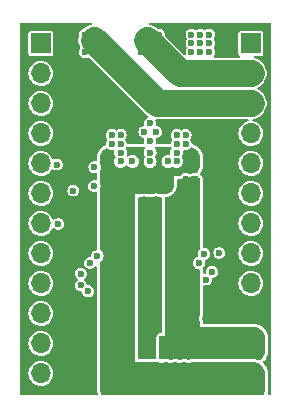
<source format=gbr>
%TF.GenerationSoftware,KiCad,Pcbnew,8.0.7*%
%TF.CreationDate,2025-02-16T22:30:25-06:00*%
%TF.ProjectId,MotorDriver,4d6f746f-7244-4726-9976-65722e6b6963,rev?*%
%TF.SameCoordinates,Original*%
%TF.FileFunction,Copper,L3,Inr*%
%TF.FilePolarity,Positive*%
%FSLAX46Y46*%
G04 Gerber Fmt 4.6, Leading zero omitted, Abs format (unit mm)*
G04 Created by KiCad (PCBNEW 8.0.7) date 2025-02-16 22:30:25*
%MOMM*%
%LPD*%
G01*
G04 APERTURE LIST*
%TA.AperFunction,ComponentPad*%
%ADD10R,1.700000X1.700000*%
%TD*%
%TA.AperFunction,ComponentPad*%
%ADD11O,1.700000X1.700000*%
%TD*%
%TA.AperFunction,ViaPad*%
%ADD12C,0.600000*%
%TD*%
%TA.AperFunction,Conductor*%
%ADD13C,2.250000*%
%TD*%
G04 APERTURE END LIST*
D10*
%TO.N,Net-(J2-Pin_1)*%
%TO.C,J2*%
X125000000Y-75000000D03*
D11*
%TO.N,Net-(J2-Pin_2)*%
X125000000Y-77540000D03*
%TO.N,Net-(J2-Pin_3)*%
X125000000Y-80080000D03*
%TO.N,Net-(J2-Pin_4)*%
X125000000Y-82620000D03*
%TO.N,Net-(J2-Pin_5)*%
X125000000Y-85160000D03*
%TO.N,Net-(J2-Pin_6)*%
X125000000Y-87700000D03*
%TO.N,/INHA*%
X125000000Y-90240000D03*
%TO.N,/INLA*%
X125000000Y-92780000D03*
%TO.N,/INHB*%
X125000000Y-95320000D03*
%TO.N,/INLB*%
X125000000Y-97860000D03*
%TO.N,/INHC*%
X125000000Y-100400000D03*
%TO.N,/INLC*%
X125000000Y-102940000D03*
%TD*%
D10*
%TO.N,/OUTA*%
%TO.C,J4*%
X142780000Y-75000000D03*
D11*
%TO.N,/OUTB*%
X142780000Y-77540000D03*
%TO.N,/OUTC*%
X142780000Y-80080000D03*
%TO.N,unconnected-(J4-Pin_4-Pad4)*%
X142780000Y-82620000D03*
%TO.N,Net-(J4-Pin_5)*%
X142780000Y-85160000D03*
%TO.N,Net-(J4-Pin_6)*%
X142780000Y-87700000D03*
%TO.N,Net-(J4-Pin_7)*%
X142780000Y-90240000D03*
%TO.N,/Buck_Out*%
X142780000Y-92780000D03*
%TO.N,+3.3V*%
X142780000Y-95320000D03*
%TO.N,GND*%
X142780000Y-97860000D03*
%TO.N,+BATT*%
X142780000Y-100400000D03*
%TO.N,-BATT*%
X142780000Y-102940000D03*
%TD*%
D12*
%TO.N,/OUTA*%
X138500000Y-74250000D03*
X139250000Y-74250000D03*
X137750000Y-75000000D03*
X137750000Y-74250000D03*
X139250000Y-75000000D03*
X138500000Y-75000000D03*
X138500000Y-75750000D03*
X137750000Y-75750000D03*
X139250000Y-75750000D03*
%TO.N,/OUTB*%
X134250000Y-75750000D03*
X134250000Y-74250000D03*
X133500000Y-75000000D03*
X135000000Y-75000000D03*
X133500000Y-75750000D03*
X135000000Y-75750000D03*
X135000000Y-74250000D03*
X134250000Y-75000000D03*
X133500000Y-74250000D03*
%TO.N,/OUTC*%
X130250000Y-75750000D03*
X129500000Y-75750000D03*
X128750000Y-75750000D03*
X130250000Y-74250000D03*
X130250000Y-75000000D03*
X128750000Y-75000000D03*
X129500000Y-75000000D03*
X128750000Y-74250000D03*
X129500000Y-74250000D03*
%TO.N,/OUTA*%
X137250000Y-82750000D03*
X136500000Y-82750000D03*
%TO.N,/OUTC*%
X131750000Y-82750000D03*
X131000000Y-82750000D03*
X131000000Y-83500000D03*
%TO.N,/OUTA*%
X137250000Y-83500000D03*
X136500000Y-83500000D03*
%TO.N,/OUTC*%
X131750000Y-83500000D03*
%TO.N,Net-(J2-Pin_4)*%
X126346517Y-85256949D03*
%TO.N,Net-(J2-Pin_5)*%
X126459443Y-90290525D03*
%TO.N,GND*%
X127894936Y-89392563D03*
%TO.N,+BATT*%
X138000000Y-86500000D03*
X137250000Y-86500000D03*
%TO.N,-BATT*%
X137750000Y-84750000D03*
X137750000Y-85500000D03*
%TO.N,/OUTA*%
X136500000Y-84250000D03*
X136500000Y-85000000D03*
X135750000Y-85000000D03*
%TO.N,/OUTB*%
X134250000Y-81750000D03*
X134250000Y-83250000D03*
X134750000Y-82500000D03*
X133750000Y-82500000D03*
%TO.N,-BATT*%
X133250000Y-84000000D03*
X135250000Y-84000000D03*
%TO.N,/OUTB*%
X134250000Y-85000000D03*
X134250000Y-84250000D03*
%TO.N,/OUTC*%
X131750000Y-84250000D03*
X131750000Y-85000000D03*
X132750000Y-85000000D03*
%TO.N,GND*%
X133750000Y-90750000D03*
X134750000Y-90750000D03*
X134750000Y-89500000D03*
X133750000Y-89500000D03*
X134750000Y-88250000D03*
X133750000Y-88250000D03*
%TO.N,Net-(J4-Pin_7)*%
X139000000Y-95000000D03*
%TO.N,Net-(J4-Pin_6)*%
X139500000Y-94350000D03*
%TO.N,Net-(J4-Pin_5)*%
X138415380Y-93584620D03*
%TO.N,/Buck_Out*%
X138822809Y-92819551D03*
X140106796Y-92750000D03*
%TO.N,Net-(J2-Pin_3)*%
X129750000Y-93000000D03*
%TO.N,Net-(J2-Pin_4)*%
X129148957Y-93601043D03*
%TO.N,Net-(J2-Pin_5)*%
X128382843Y-94500000D03*
%TO.N,+3.3V*%
X129000000Y-96000000D03*
%TO.N,GND*%
X138950000Y-98250000D03*
X134000000Y-93750000D03*
X134250000Y-97000000D03*
X134750000Y-96250000D03*
X133750000Y-96250000D03*
%TO.N,+BATT*%
X135250000Y-100000000D03*
X136000000Y-100000000D03*
X137500000Y-100750000D03*
X137500000Y-101500000D03*
X137500000Y-100000000D03*
X136750000Y-101500000D03*
X135250000Y-101500000D03*
X136000000Y-101500000D03*
X136750000Y-100000000D03*
X135250000Y-100750000D03*
X136750000Y-100750000D03*
X136000000Y-100750000D03*
%TO.N,-BATT*%
X132750000Y-101500000D03*
X130500000Y-101500000D03*
X132000000Y-101500000D03*
X131250000Y-101500000D03*
X130500000Y-100750000D03*
X131250000Y-100750000D03*
X132750000Y-100750000D03*
X132000000Y-100750000D03*
X132750000Y-100000000D03*
X132000000Y-100000000D03*
X131250000Y-100000000D03*
%TO.N,+3.3V*%
X129517707Y-85481338D03*
X127750000Y-87462500D03*
%TO.N,Net-(J2-Pin_1)*%
X129500000Y-87081338D03*
%TO.N,-BATT*%
X130500000Y-100000000D03*
%TO.N,Net-(J2-Pin_2)*%
X128382843Y-95490965D03*
%TD*%
D13*
%TO.N,/OUTB*%
X136790000Y-77540000D02*
X134000000Y-74750000D01*
X142780000Y-77540000D02*
X136790000Y-77540000D01*
%TO.N,/OUTC*%
X134830000Y-80080000D02*
X129500000Y-74750000D01*
X142780000Y-80080000D02*
X134830000Y-80080000D01*
%TD*%
%TA.AperFunction,Conductor*%
%TO.N,GND*%
G36*
X129294543Y-73269407D02*
G01*
X129330507Y-73318907D01*
X129330507Y-73380093D01*
X129294543Y-73429593D01*
X129251838Y-73447281D01*
X129189611Y-73457136D01*
X129189609Y-73457136D01*
X128991182Y-73521612D01*
X128805289Y-73616328D01*
X128636497Y-73738963D01*
X128622179Y-73753281D01*
X128580071Y-73778264D01*
X128539947Y-73790046D01*
X128418873Y-73867855D01*
X128324622Y-73976628D01*
X128264834Y-74107543D01*
X128245620Y-74241185D01*
X128244353Y-74250000D01*
X128246484Y-74264824D01*
X128248559Y-74279259D01*
X128244721Y-74323937D01*
X128207136Y-74439613D01*
X128174500Y-74645676D01*
X128174500Y-74854323D01*
X128207136Y-75060388D01*
X128207136Y-75060390D01*
X128271613Y-75258820D01*
X128331149Y-75375668D01*
X128340720Y-75436100D01*
X128326228Y-75474127D01*
X128324625Y-75476620D01*
X128264834Y-75607543D01*
X128244353Y-75749997D01*
X128244353Y-75750002D01*
X128264834Y-75892456D01*
X128313551Y-75999130D01*
X128324623Y-76023373D01*
X128377942Y-76084907D01*
X128418873Y-76132144D01*
X128506542Y-76188485D01*
X128539947Y-76209953D01*
X128636295Y-76238243D01*
X128678035Y-76250499D01*
X128678036Y-76250499D01*
X128678039Y-76250500D01*
X128678041Y-76250500D01*
X128821959Y-76250500D01*
X128821961Y-76250500D01*
X128960053Y-76209953D01*
X128969251Y-76204041D01*
X129028424Y-76188485D01*
X129085441Y-76210682D01*
X129092779Y-76217319D01*
X133966494Y-81091035D01*
X133966497Y-81091037D01*
X133966499Y-81091039D01*
X134027801Y-81135578D01*
X134027802Y-81135578D01*
X134029180Y-81136579D01*
X134065148Y-81186076D01*
X134065153Y-81247262D01*
X134029193Y-81296765D01*
X134024520Y-81299961D01*
X133918872Y-81367857D01*
X133824622Y-81476628D01*
X133764834Y-81607543D01*
X133744353Y-81749997D01*
X133744353Y-81750004D01*
X133764065Y-81887114D01*
X133753631Y-81947403D01*
X133709753Y-81990045D01*
X133680164Y-81999194D01*
X133678041Y-81999499D01*
X133539949Y-82040046D01*
X133539942Y-82040049D01*
X133418873Y-82117855D01*
X133324622Y-82226628D01*
X133264834Y-82357543D01*
X133244353Y-82499997D01*
X133244353Y-82500002D01*
X133264834Y-82642456D01*
X133313720Y-82749500D01*
X133324623Y-82773373D01*
X133370163Y-82825929D01*
X133418873Y-82882144D01*
X133539942Y-82959950D01*
X133539947Y-82959953D01*
X133678039Y-83000500D01*
X133678047Y-83000500D01*
X133680153Y-83000803D01*
X133681758Y-83001592D01*
X133684833Y-83002495D01*
X133684676Y-83003026D01*
X133735063Y-83027795D01*
X133763622Y-83081907D01*
X133764065Y-83112885D01*
X133744353Y-83249995D01*
X133744353Y-83250003D01*
X133763246Y-83381411D01*
X133752813Y-83441700D01*
X133708934Y-83484343D01*
X133665254Y-83494500D01*
X132340640Y-83494500D01*
X132282449Y-83475593D01*
X132246485Y-83426093D01*
X132242648Y-83409588D01*
X132235165Y-83357544D01*
X132235165Y-83357542D01*
X132175378Y-83226629D01*
X132175377Y-83226628D01*
X132175377Y-83226627D01*
X132143491Y-83189829D01*
X132119675Y-83133472D01*
X132133533Y-83073877D01*
X132143492Y-83060170D01*
X132175377Y-83023373D01*
X132235165Y-82892457D01*
X132241992Y-82844971D01*
X132255647Y-82750002D01*
X132255647Y-82749997D01*
X132235165Y-82607543D01*
X132186051Y-82500000D01*
X132175377Y-82476627D01*
X132081128Y-82367857D01*
X132081127Y-82367856D01*
X132081126Y-82367855D01*
X131960057Y-82290049D01*
X131960054Y-82290047D01*
X131960053Y-82290047D01*
X131960050Y-82290046D01*
X131821964Y-82249500D01*
X131821961Y-82249500D01*
X131678039Y-82249500D01*
X131678035Y-82249500D01*
X131539949Y-82290046D01*
X131539942Y-82290049D01*
X131428523Y-82361654D01*
X131369348Y-82377209D01*
X131321477Y-82361654D01*
X131210057Y-82290049D01*
X131210054Y-82290047D01*
X131210053Y-82290047D01*
X131210050Y-82290046D01*
X131071964Y-82249500D01*
X131071961Y-82249500D01*
X130928039Y-82249500D01*
X130928035Y-82249500D01*
X130789949Y-82290046D01*
X130789942Y-82290049D01*
X130668873Y-82367855D01*
X130574622Y-82476628D01*
X130514834Y-82607543D01*
X130494353Y-82749997D01*
X130494353Y-82750002D01*
X130514834Y-82892456D01*
X130564676Y-83001592D01*
X130574623Y-83023373D01*
X130578455Y-83027795D01*
X130606507Y-83060170D01*
X130630323Y-83116530D01*
X130616463Y-83176125D01*
X130606507Y-83189830D01*
X130574622Y-83226628D01*
X130514834Y-83357543D01*
X130494613Y-83498191D01*
X130494353Y-83500000D01*
X130495340Y-83506864D01*
X130499561Y-83536226D01*
X130489126Y-83596515D01*
X130445247Y-83639156D01*
X130434003Y-83643849D01*
X130383646Y-83661310D01*
X130383643Y-83661312D01*
X130332592Y-83688598D01*
X130311068Y-83701499D01*
X130294964Y-83712258D01*
X130294943Y-83712273D01*
X130274810Y-83727205D01*
X130150986Y-83828825D01*
X130138358Y-83839190D01*
X130138354Y-83839193D01*
X130138305Y-83839234D01*
X130119768Y-83856036D01*
X130106036Y-83869768D01*
X130089234Y-83888305D01*
X130089193Y-83888354D01*
X129977211Y-84024803D01*
X129962253Y-84044972D01*
X129951488Y-84061084D01*
X129938619Y-84082556D01*
X129938600Y-84082588D01*
X129855388Y-84238268D01*
X129855383Y-84238277D01*
X129844660Y-84260949D01*
X129837241Y-84278859D01*
X129837237Y-84278871D01*
X129828802Y-84302443D01*
X129828792Y-84302474D01*
X129782991Y-84453457D01*
X129782992Y-84453458D01*
X129777552Y-84471392D01*
X129777543Y-84471427D01*
X129771459Y-84495707D01*
X129771456Y-84495723D01*
X129767674Y-84514731D01*
X129767665Y-84514783D01*
X129763993Y-84539532D01*
X129763986Y-84539588D01*
X129752106Y-84660221D01*
X129752106Y-84660222D01*
X129746209Y-84720089D01*
X129745285Y-84732615D01*
X129744807Y-84742332D01*
X129744500Y-84754857D01*
X129744500Y-84894052D01*
X129725593Y-84952243D01*
X129676093Y-84988207D01*
X129617609Y-84989042D01*
X129589671Y-84980838D01*
X129589668Y-84980838D01*
X129445746Y-84980838D01*
X129445742Y-84980838D01*
X129307656Y-85021384D01*
X129307649Y-85021387D01*
X129186580Y-85099193D01*
X129092329Y-85207966D01*
X129032541Y-85338881D01*
X129012060Y-85481335D01*
X129012060Y-85481340D01*
X129032541Y-85623794D01*
X129075063Y-85716902D01*
X129092330Y-85754711D01*
X129186579Y-85863481D01*
X129186580Y-85863482D01*
X129307649Y-85941288D01*
X129307654Y-85941291D01*
X129414110Y-85972549D01*
X129445742Y-85981837D01*
X129445743Y-85981837D01*
X129445746Y-85981838D01*
X129445748Y-85981838D01*
X129589666Y-85981838D01*
X129589668Y-85981838D01*
X129603427Y-85977797D01*
X129617609Y-85973634D01*
X129678769Y-85975382D01*
X129727222Y-86012744D01*
X129744500Y-86068624D01*
X129744500Y-86499251D01*
X129725593Y-86557442D01*
X129676093Y-86593406D01*
X129617609Y-86594241D01*
X129571964Y-86580838D01*
X129571961Y-86580838D01*
X129428039Y-86580838D01*
X129428035Y-86580838D01*
X129289949Y-86621384D01*
X129289942Y-86621387D01*
X129168873Y-86699193D01*
X129074622Y-86807966D01*
X129014834Y-86938881D01*
X128994353Y-87081335D01*
X128994353Y-87081340D01*
X129014834Y-87223794D01*
X129047831Y-87296045D01*
X129074623Y-87354711D01*
X129168022Y-87462500D01*
X129168873Y-87463482D01*
X129289942Y-87541288D01*
X129289947Y-87541291D01*
X129396403Y-87572549D01*
X129428035Y-87581837D01*
X129428036Y-87581837D01*
X129428039Y-87581838D01*
X129428041Y-87581838D01*
X129571959Y-87581838D01*
X129571961Y-87581838D01*
X129617607Y-87568435D01*
X129678768Y-87570181D01*
X129727221Y-87607543D01*
X129744500Y-87663424D01*
X129744500Y-92405874D01*
X129725593Y-92464065D01*
X129676093Y-92500029D01*
X129673392Y-92500864D01*
X129539947Y-92540047D01*
X129539942Y-92540049D01*
X129418873Y-92617855D01*
X129324622Y-92726628D01*
X129264834Y-92857543D01*
X129244353Y-92999997D01*
X129244353Y-93001543D01*
X129243954Y-93002770D01*
X129243345Y-93007008D01*
X129242611Y-93006902D01*
X129225446Y-93059734D01*
X129175946Y-93095698D01*
X129145353Y-93100543D01*
X129076992Y-93100543D01*
X128938906Y-93141089D01*
X128938899Y-93141092D01*
X128817830Y-93218898D01*
X128723579Y-93327671D01*
X128663791Y-93458586D01*
X128643310Y-93601040D01*
X128643310Y-93601045D01*
X128663791Y-93743499D01*
X128705845Y-93835583D01*
X128723580Y-93874416D01*
X128760772Y-93917338D01*
X128784589Y-93973698D01*
X128770730Y-94033293D01*
X128724489Y-94073361D01*
X128663528Y-94078596D01*
X128632429Y-94065453D01*
X128592900Y-94040049D01*
X128592897Y-94040047D01*
X128592896Y-94040047D01*
X128592893Y-94040046D01*
X128454807Y-93999500D01*
X128454804Y-93999500D01*
X128310882Y-93999500D01*
X128310878Y-93999500D01*
X128172792Y-94040046D01*
X128172785Y-94040049D01*
X128051716Y-94117855D01*
X127957465Y-94226628D01*
X127897677Y-94357543D01*
X127877196Y-94499997D01*
X127877196Y-94500002D01*
X127897677Y-94642456D01*
X127938637Y-94732144D01*
X127957466Y-94773373D01*
X128030118Y-94857218D01*
X128051716Y-94882144D01*
X128098481Y-94912198D01*
X128137213Y-94959564D01*
X128140706Y-95020650D01*
X128107626Y-95072122D01*
X128098483Y-95078765D01*
X128051716Y-95108821D01*
X127957465Y-95217593D01*
X127897677Y-95348508D01*
X127877196Y-95490962D01*
X127877196Y-95490967D01*
X127897677Y-95633421D01*
X127939023Y-95723954D01*
X127957466Y-95764338D01*
X128038228Y-95857543D01*
X128051716Y-95873109D01*
X128103596Y-95906450D01*
X128172790Y-95950918D01*
X128268307Y-95978964D01*
X128310878Y-95991464D01*
X128310879Y-95991464D01*
X128310882Y-95991465D01*
X128310884Y-95991465D01*
X128407342Y-95991465D01*
X128465533Y-96010372D01*
X128501497Y-96059872D01*
X128505334Y-96076377D01*
X128514834Y-96142455D01*
X128514835Y-96142457D01*
X128574623Y-96273373D01*
X128663188Y-96375583D01*
X128668873Y-96382144D01*
X128789942Y-96459950D01*
X128789947Y-96459953D01*
X128896403Y-96491211D01*
X128928035Y-96500499D01*
X128928036Y-96500499D01*
X128928039Y-96500500D01*
X128928041Y-96500500D01*
X129071959Y-96500500D01*
X129071961Y-96500500D01*
X129210053Y-96459953D01*
X129331128Y-96382143D01*
X129425377Y-96273373D01*
X129485165Y-96142457D01*
X129505647Y-96000000D01*
X129485165Y-95857543D01*
X129425377Y-95726627D01*
X129331128Y-95617857D01*
X129331127Y-95617856D01*
X129331126Y-95617855D01*
X129210057Y-95540049D01*
X129210054Y-95540047D01*
X129210053Y-95540047D01*
X129210050Y-95540046D01*
X129071964Y-95499500D01*
X129071961Y-95499500D01*
X128975501Y-95499500D01*
X128917310Y-95480593D01*
X128881346Y-95431093D01*
X128877509Y-95414588D01*
X128868008Y-95348509D01*
X128854989Y-95320000D01*
X128808220Y-95217592D01*
X128713971Y-95108822D01*
X128667203Y-95078766D01*
X128628472Y-95031400D01*
X128624980Y-94970314D01*
X128658059Y-94918842D01*
X128667189Y-94912207D01*
X128713971Y-94882143D01*
X128808220Y-94773373D01*
X128868008Y-94642457D01*
X128877909Y-94573595D01*
X128888490Y-94500002D01*
X128888490Y-94499997D01*
X128868008Y-94357543D01*
X128825478Y-94264417D01*
X128808220Y-94226627D01*
X128771026Y-94183703D01*
X128747210Y-94127344D01*
X128761069Y-94067749D01*
X128807310Y-94027681D01*
X128868271Y-94022446D01*
X128899367Y-94035587D01*
X128938904Y-94060996D01*
X129045360Y-94092254D01*
X129076992Y-94101542D01*
X129076993Y-94101542D01*
X129076996Y-94101543D01*
X129076998Y-94101543D01*
X129220916Y-94101543D01*
X129220918Y-94101543D01*
X129359010Y-94060996D01*
X129480085Y-93983186D01*
X129570681Y-93878630D01*
X129623076Y-93847036D01*
X129684037Y-93852272D01*
X129730278Y-93892339D01*
X129744500Y-93943463D01*
X129744500Y-104245141D01*
X129744807Y-104257666D01*
X129745285Y-104267380D01*
X129746209Y-104279910D01*
X129763988Y-104460424D01*
X129763991Y-104460445D01*
X129767665Y-104485214D01*
X129767667Y-104485223D01*
X129767668Y-104485230D01*
X129767669Y-104485232D01*
X129771454Y-104504265D01*
X129771456Y-104504274D01*
X129777542Y-104528573D01*
X129777547Y-104528592D01*
X129793099Y-104579860D01*
X129805811Y-104621762D01*
X129804610Y-104682935D01*
X129767681Y-104731719D01*
X129711074Y-104749500D01*
X123349500Y-104749500D01*
X123291309Y-104730593D01*
X123255345Y-104681093D01*
X123250500Y-104650500D01*
X123250500Y-102939996D01*
X123944417Y-102939996D01*
X123944417Y-102940003D01*
X123964698Y-103145929D01*
X123964699Y-103145934D01*
X124024768Y-103343954D01*
X124122316Y-103526452D01*
X124253585Y-103686404D01*
X124253590Y-103686410D01*
X124253595Y-103686414D01*
X124413547Y-103817683D01*
X124413548Y-103817683D01*
X124413550Y-103817685D01*
X124596046Y-103915232D01*
X124733997Y-103957078D01*
X124794065Y-103975300D01*
X124794070Y-103975301D01*
X124999997Y-103995583D01*
X125000000Y-103995583D01*
X125000003Y-103995583D01*
X125205929Y-103975301D01*
X125205934Y-103975300D01*
X125403954Y-103915232D01*
X125586450Y-103817685D01*
X125746410Y-103686410D01*
X125877685Y-103526450D01*
X125975232Y-103343954D01*
X126035300Y-103145934D01*
X126035301Y-103145929D01*
X126055583Y-102940003D01*
X126055583Y-102939996D01*
X126035301Y-102734070D01*
X126035300Y-102734065D01*
X126017078Y-102673997D01*
X125975232Y-102536046D01*
X125877685Y-102353550D01*
X125860503Y-102332614D01*
X125746414Y-102193595D01*
X125746410Y-102193590D01*
X125746404Y-102193585D01*
X125586452Y-102062316D01*
X125403954Y-101964768D01*
X125205934Y-101904699D01*
X125205929Y-101904698D01*
X125000003Y-101884417D01*
X124999997Y-101884417D01*
X124794070Y-101904698D01*
X124794065Y-101904699D01*
X124596045Y-101964768D01*
X124413547Y-102062316D01*
X124253595Y-102193585D01*
X124253585Y-102193595D01*
X124122316Y-102353547D01*
X124024768Y-102536045D01*
X123964699Y-102734065D01*
X123964698Y-102734070D01*
X123944417Y-102939996D01*
X123250500Y-102939996D01*
X123250500Y-100399996D01*
X123944417Y-100399996D01*
X123944417Y-100400003D01*
X123964698Y-100605929D01*
X123964699Y-100605934D01*
X124024768Y-100803954D01*
X124122316Y-100986452D01*
X124157981Y-101029910D01*
X124253590Y-101146410D01*
X124253595Y-101146414D01*
X124413547Y-101277683D01*
X124413548Y-101277683D01*
X124413550Y-101277685D01*
X124596046Y-101375232D01*
X124733997Y-101417078D01*
X124794065Y-101435300D01*
X124794070Y-101435301D01*
X124999997Y-101455583D01*
X125000000Y-101455583D01*
X125000003Y-101455583D01*
X125205929Y-101435301D01*
X125205934Y-101435300D01*
X125403954Y-101375232D01*
X125586450Y-101277685D01*
X125746410Y-101146410D01*
X125877685Y-100986450D01*
X125975232Y-100803954D01*
X126035300Y-100605934D01*
X126035301Y-100605929D01*
X126055583Y-100400003D01*
X126055583Y-100399996D01*
X126035301Y-100194070D01*
X126035300Y-100194065D01*
X125978576Y-100007071D01*
X125975232Y-99996046D01*
X125877685Y-99813550D01*
X125858513Y-99790189D01*
X125746414Y-99653595D01*
X125746410Y-99653590D01*
X125665656Y-99587317D01*
X125586452Y-99522316D01*
X125403954Y-99424768D01*
X125205934Y-99364699D01*
X125205929Y-99364698D01*
X125000003Y-99344417D01*
X124999997Y-99344417D01*
X124794070Y-99364698D01*
X124794065Y-99364699D01*
X124596045Y-99424768D01*
X124413547Y-99522316D01*
X124253595Y-99653585D01*
X124253585Y-99653595D01*
X124122316Y-99813547D01*
X124024768Y-99996045D01*
X123964699Y-100194065D01*
X123964698Y-100194070D01*
X123944417Y-100399996D01*
X123250500Y-100399996D01*
X123250500Y-97859996D01*
X123944417Y-97859996D01*
X123944417Y-97860003D01*
X123964698Y-98065929D01*
X123964699Y-98065934D01*
X124024768Y-98263954D01*
X124122316Y-98446452D01*
X124167665Y-98501710D01*
X124253590Y-98606410D01*
X124253595Y-98606414D01*
X124413547Y-98737683D01*
X124413548Y-98737683D01*
X124413550Y-98737685D01*
X124596046Y-98835232D01*
X124733997Y-98877078D01*
X124794065Y-98895300D01*
X124794070Y-98895301D01*
X124999997Y-98915583D01*
X125000000Y-98915583D01*
X125000003Y-98915583D01*
X125205929Y-98895301D01*
X125205934Y-98895300D01*
X125403954Y-98835232D01*
X125586450Y-98737685D01*
X125746410Y-98606410D01*
X125877685Y-98446450D01*
X125975232Y-98263954D01*
X126035300Y-98065934D01*
X126035301Y-98065929D01*
X126055583Y-97860003D01*
X126055583Y-97859996D01*
X126035301Y-97654070D01*
X126035300Y-97654065D01*
X126017078Y-97593997D01*
X125975232Y-97456046D01*
X125877685Y-97273550D01*
X125746410Y-97113590D01*
X125746404Y-97113585D01*
X125586452Y-96982316D01*
X125403954Y-96884768D01*
X125205934Y-96824699D01*
X125205929Y-96824698D01*
X125000003Y-96804417D01*
X124999997Y-96804417D01*
X124794070Y-96824698D01*
X124794065Y-96824699D01*
X124596045Y-96884768D01*
X124413547Y-96982316D01*
X124253595Y-97113585D01*
X124253585Y-97113595D01*
X124122316Y-97273547D01*
X124024768Y-97456045D01*
X123964699Y-97654065D01*
X123964698Y-97654070D01*
X123944417Y-97859996D01*
X123250500Y-97859996D01*
X123250500Y-95319996D01*
X123944417Y-95319996D01*
X123944417Y-95320003D01*
X123964698Y-95525929D01*
X123964699Y-95525934D01*
X124024768Y-95723954D01*
X124122316Y-95906452D01*
X124207601Y-96010372D01*
X124253590Y-96066410D01*
X124253595Y-96066414D01*
X124413547Y-96197683D01*
X124413548Y-96197683D01*
X124413550Y-96197685D01*
X124596046Y-96295232D01*
X124733997Y-96337078D01*
X124794065Y-96355300D01*
X124794070Y-96355301D01*
X124999997Y-96375583D01*
X125000000Y-96375583D01*
X125000003Y-96375583D01*
X125205929Y-96355301D01*
X125205934Y-96355300D01*
X125403954Y-96295232D01*
X125586450Y-96197685D01*
X125746410Y-96066410D01*
X125877685Y-95906450D01*
X125975232Y-95723954D01*
X126035300Y-95525934D01*
X126035301Y-95525929D01*
X126055583Y-95320003D01*
X126055583Y-95319996D01*
X126035301Y-95114070D01*
X126035300Y-95114065D01*
X126000699Y-95000000D01*
X125975232Y-94916046D01*
X125877685Y-94733550D01*
X125876531Y-94732144D01*
X125746414Y-94573595D01*
X125746410Y-94573590D01*
X125732512Y-94562184D01*
X125586452Y-94442316D01*
X125403954Y-94344768D01*
X125205934Y-94284699D01*
X125205929Y-94284698D01*
X125000003Y-94264417D01*
X124999997Y-94264417D01*
X124794070Y-94284698D01*
X124794065Y-94284699D01*
X124596045Y-94344768D01*
X124413547Y-94442316D01*
X124253595Y-94573585D01*
X124253585Y-94573595D01*
X124122316Y-94733547D01*
X124024768Y-94916045D01*
X123964699Y-95114065D01*
X123964698Y-95114070D01*
X123944417Y-95319996D01*
X123250500Y-95319996D01*
X123250500Y-92779996D01*
X123944417Y-92779996D01*
X123944417Y-92780003D01*
X123964698Y-92985929D01*
X123964699Y-92985934D01*
X124024768Y-93183954D01*
X124122316Y-93366452D01*
X124222793Y-93488884D01*
X124253590Y-93526410D01*
X124253595Y-93526414D01*
X124413547Y-93657683D01*
X124413548Y-93657683D01*
X124413550Y-93657685D01*
X124596046Y-93755232D01*
X124733997Y-93797078D01*
X124794065Y-93815300D01*
X124794070Y-93815301D01*
X124999997Y-93835583D01*
X125000000Y-93835583D01*
X125000003Y-93835583D01*
X125205929Y-93815301D01*
X125205934Y-93815300D01*
X125403954Y-93755232D01*
X125586450Y-93657685D01*
X125746410Y-93526410D01*
X125877685Y-93366450D01*
X125975232Y-93183954D01*
X126035300Y-92985934D01*
X126035301Y-92985929D01*
X126055583Y-92780003D01*
X126055583Y-92779996D01*
X126035301Y-92574070D01*
X126035300Y-92574065D01*
X126005743Y-92476628D01*
X125975232Y-92376046D01*
X125877685Y-92193550D01*
X125746410Y-92033590D01*
X125746404Y-92033585D01*
X125586452Y-91902316D01*
X125403954Y-91804768D01*
X125205934Y-91744699D01*
X125205929Y-91744698D01*
X125000003Y-91724417D01*
X124999997Y-91724417D01*
X124794070Y-91744698D01*
X124794065Y-91744699D01*
X124596045Y-91804768D01*
X124413547Y-91902316D01*
X124253595Y-92033585D01*
X124253585Y-92033595D01*
X124122316Y-92193547D01*
X124024768Y-92376045D01*
X123964699Y-92574065D01*
X123964698Y-92574070D01*
X123944417Y-92779996D01*
X123250500Y-92779996D01*
X123250500Y-90239996D01*
X123944417Y-90239996D01*
X123944417Y-90240003D01*
X123964698Y-90445929D01*
X123964699Y-90445934D01*
X124024768Y-90643954D01*
X124122316Y-90826452D01*
X124253585Y-90986404D01*
X124253590Y-90986410D01*
X124253595Y-90986414D01*
X124413547Y-91117683D01*
X124413548Y-91117683D01*
X124413550Y-91117685D01*
X124596046Y-91215232D01*
X124733997Y-91257078D01*
X124794065Y-91275300D01*
X124794070Y-91275301D01*
X124999997Y-91295583D01*
X125000000Y-91295583D01*
X125000003Y-91295583D01*
X125205929Y-91275301D01*
X125205934Y-91275300D01*
X125403954Y-91215232D01*
X125586450Y-91117685D01*
X125746410Y-90986410D01*
X125877685Y-90826450D01*
X125956284Y-90679401D01*
X126000388Y-90636996D01*
X126060997Y-90628613D01*
X126114957Y-90657455D01*
X126118412Y-90661240D01*
X126128313Y-90672666D01*
X126128315Y-90672668D01*
X126249390Y-90750478D01*
X126355846Y-90781736D01*
X126387478Y-90791024D01*
X126387479Y-90791024D01*
X126387482Y-90791025D01*
X126387484Y-90791025D01*
X126531402Y-90791025D01*
X126531404Y-90791025D01*
X126669496Y-90750478D01*
X126790571Y-90672668D01*
X126884820Y-90563898D01*
X126944608Y-90432982D01*
X126965090Y-90290525D01*
X126944608Y-90148068D01*
X126884820Y-90017152D01*
X126790571Y-89908382D01*
X126790570Y-89908381D01*
X126790569Y-89908380D01*
X126669500Y-89830574D01*
X126669497Y-89830572D01*
X126669496Y-89830572D01*
X126669493Y-89830571D01*
X126531407Y-89790025D01*
X126531404Y-89790025D01*
X126387482Y-89790025D01*
X126387478Y-89790025D01*
X126249392Y-89830571D01*
X126249385Y-89830574D01*
X126128794Y-89908073D01*
X126069619Y-89923628D01*
X126012602Y-89901429D01*
X125980534Y-89853527D01*
X125975232Y-89836046D01*
X125877685Y-89653550D01*
X125746410Y-89493590D01*
X125746404Y-89493585D01*
X125586452Y-89362316D01*
X125403954Y-89264768D01*
X125205934Y-89204699D01*
X125205929Y-89204698D01*
X125000003Y-89184417D01*
X124999997Y-89184417D01*
X124794070Y-89204698D01*
X124794065Y-89204699D01*
X124596045Y-89264768D01*
X124413547Y-89362316D01*
X124253595Y-89493585D01*
X124253585Y-89493595D01*
X124122316Y-89653547D01*
X124024768Y-89836045D01*
X123964699Y-90034065D01*
X123964698Y-90034070D01*
X123944417Y-90239996D01*
X123250500Y-90239996D01*
X123250500Y-87699996D01*
X123944417Y-87699996D01*
X123944417Y-87700003D01*
X123964698Y-87905929D01*
X123964699Y-87905934D01*
X124024768Y-88103954D01*
X124122316Y-88286452D01*
X124253585Y-88446404D01*
X124253590Y-88446410D01*
X124253595Y-88446414D01*
X124413547Y-88577683D01*
X124413548Y-88577683D01*
X124413550Y-88577685D01*
X124596046Y-88675232D01*
X124733997Y-88717078D01*
X124794065Y-88735300D01*
X124794070Y-88735301D01*
X124999997Y-88755583D01*
X125000000Y-88755583D01*
X125000003Y-88755583D01*
X125205929Y-88735301D01*
X125205934Y-88735300D01*
X125403954Y-88675232D01*
X125586450Y-88577685D01*
X125746410Y-88446410D01*
X125877685Y-88286450D01*
X125975232Y-88103954D01*
X126035300Y-87905934D01*
X126035301Y-87905929D01*
X126055583Y-87700003D01*
X126055583Y-87699996D01*
X126035301Y-87494070D01*
X126035300Y-87494065D01*
X126025724Y-87462497D01*
X127244353Y-87462497D01*
X127244353Y-87462502D01*
X127264834Y-87604956D01*
X127324622Y-87735871D01*
X127324623Y-87735873D01*
X127418872Y-87844643D01*
X127418873Y-87844644D01*
X127539942Y-87922450D01*
X127539947Y-87922453D01*
X127642122Y-87952454D01*
X127678035Y-87962999D01*
X127678036Y-87962999D01*
X127678039Y-87963000D01*
X127678041Y-87963000D01*
X127821959Y-87963000D01*
X127821961Y-87963000D01*
X127960053Y-87922453D01*
X128081128Y-87844643D01*
X128175377Y-87735873D01*
X128235165Y-87604957D01*
X128255647Y-87462500D01*
X128240149Y-87354711D01*
X128235165Y-87320043D01*
X128224205Y-87296045D01*
X128175377Y-87189127D01*
X128081128Y-87080357D01*
X128081127Y-87080356D01*
X128081126Y-87080355D01*
X127960057Y-87002549D01*
X127960054Y-87002547D01*
X127960053Y-87002547D01*
X127960050Y-87002546D01*
X127821964Y-86962000D01*
X127821961Y-86962000D01*
X127678039Y-86962000D01*
X127678035Y-86962000D01*
X127539949Y-87002546D01*
X127539942Y-87002549D01*
X127418873Y-87080355D01*
X127324622Y-87189128D01*
X127264834Y-87320043D01*
X127244353Y-87462497D01*
X126025724Y-87462497D01*
X126017078Y-87433997D01*
X125975232Y-87296046D01*
X125877685Y-87113550D01*
X125851249Y-87081338D01*
X125746414Y-86953595D01*
X125746410Y-86953590D01*
X125728487Y-86938881D01*
X125586452Y-86822316D01*
X125403954Y-86724768D01*
X125205934Y-86664699D01*
X125205929Y-86664698D01*
X125000003Y-86644417D01*
X124999997Y-86644417D01*
X124794070Y-86664698D01*
X124794065Y-86664699D01*
X124596045Y-86724768D01*
X124413547Y-86822316D01*
X124253595Y-86953585D01*
X124253585Y-86953595D01*
X124122316Y-87113547D01*
X124024768Y-87296045D01*
X123964699Y-87494065D01*
X123964698Y-87494070D01*
X123944417Y-87699996D01*
X123250500Y-87699996D01*
X123250500Y-85159996D01*
X123944417Y-85159996D01*
X123944417Y-85160003D01*
X123964698Y-85365929D01*
X123964699Y-85365934D01*
X124024768Y-85563954D01*
X124122316Y-85746452D01*
X124218359Y-85863481D01*
X124253590Y-85906410D01*
X124253595Y-85906414D01*
X124413547Y-86037683D01*
X124413548Y-86037683D01*
X124413550Y-86037685D01*
X124596046Y-86135232D01*
X124733997Y-86177078D01*
X124794065Y-86195300D01*
X124794070Y-86195301D01*
X124999997Y-86215583D01*
X125000000Y-86215583D01*
X125000003Y-86215583D01*
X125205929Y-86195301D01*
X125205934Y-86195300D01*
X125403954Y-86135232D01*
X125586450Y-86037685D01*
X125746410Y-85906410D01*
X125877685Y-85746450D01*
X125905031Y-85695288D01*
X125949134Y-85652885D01*
X126009742Y-85644502D01*
X126045862Y-85658676D01*
X126136464Y-85716902D01*
X126237103Y-85746452D01*
X126274552Y-85757448D01*
X126274553Y-85757448D01*
X126274556Y-85757449D01*
X126274558Y-85757449D01*
X126418476Y-85757449D01*
X126418478Y-85757449D01*
X126556570Y-85716902D01*
X126677645Y-85639092D01*
X126771894Y-85530322D01*
X126831682Y-85399406D01*
X126848866Y-85279887D01*
X126852164Y-85256951D01*
X126852164Y-85256946D01*
X126831682Y-85114492D01*
X126809277Y-85065433D01*
X126771894Y-84983576D01*
X126677645Y-84874806D01*
X126677644Y-84874805D01*
X126677643Y-84874804D01*
X126556574Y-84796998D01*
X126556571Y-84796996D01*
X126556570Y-84796996D01*
X126556567Y-84796995D01*
X126418481Y-84756449D01*
X126418478Y-84756449D01*
X126274556Y-84756449D01*
X126274552Y-84756449D01*
X126136466Y-84796995D01*
X126136462Y-84796997D01*
X126122154Y-84806192D01*
X126062978Y-84821744D01*
X126005962Y-84799544D01*
X125979286Y-84759625D01*
X125977091Y-84760535D01*
X125975233Y-84756051D01*
X125975232Y-84756046D01*
X125877685Y-84573550D01*
X125849813Y-84539588D01*
X125746414Y-84413595D01*
X125746410Y-84413590D01*
X125746404Y-84413585D01*
X125586452Y-84282316D01*
X125403954Y-84184768D01*
X125205934Y-84124699D01*
X125205929Y-84124698D01*
X125000003Y-84104417D01*
X124999997Y-84104417D01*
X124794070Y-84124698D01*
X124794065Y-84124699D01*
X124596045Y-84184768D01*
X124413547Y-84282316D01*
X124253595Y-84413585D01*
X124253585Y-84413595D01*
X124122316Y-84573547D01*
X124024768Y-84756045D01*
X123964699Y-84954065D01*
X123964698Y-84954070D01*
X123944417Y-85159996D01*
X123250500Y-85159996D01*
X123250500Y-82619996D01*
X123944417Y-82619996D01*
X123944417Y-82620003D01*
X123964698Y-82825929D01*
X123964699Y-82825934D01*
X124024768Y-83023954D01*
X124122316Y-83206452D01*
X124246312Y-83357542D01*
X124253590Y-83366410D01*
X124253595Y-83366414D01*
X124413547Y-83497683D01*
X124413548Y-83497683D01*
X124413550Y-83497685D01*
X124596046Y-83595232D01*
X124696207Y-83625615D01*
X124794065Y-83655300D01*
X124794070Y-83655301D01*
X124999997Y-83675583D01*
X125000000Y-83675583D01*
X125000003Y-83675583D01*
X125205929Y-83655301D01*
X125205934Y-83655300D01*
X125243683Y-83643849D01*
X125403954Y-83595232D01*
X125586450Y-83497685D01*
X125746410Y-83366410D01*
X125877685Y-83206450D01*
X125975232Y-83023954D01*
X126035300Y-82825934D01*
X126035301Y-82825929D01*
X126055583Y-82620003D01*
X126055583Y-82619996D01*
X126035301Y-82414070D01*
X126035300Y-82414065D01*
X125997680Y-82290049D01*
X125975232Y-82216046D01*
X125877685Y-82033550D01*
X125849740Y-81999499D01*
X125746414Y-81873595D01*
X125746410Y-81873590D01*
X125746404Y-81873585D01*
X125586452Y-81742316D01*
X125403954Y-81644768D01*
X125205934Y-81584699D01*
X125205929Y-81584698D01*
X125000003Y-81564417D01*
X124999997Y-81564417D01*
X124794070Y-81584698D01*
X124794065Y-81584699D01*
X124596045Y-81644768D01*
X124413547Y-81742316D01*
X124253595Y-81873585D01*
X124253585Y-81873595D01*
X124122316Y-82033547D01*
X124024768Y-82216045D01*
X123964699Y-82414065D01*
X123964698Y-82414070D01*
X123944417Y-82619996D01*
X123250500Y-82619996D01*
X123250500Y-80079996D01*
X123944417Y-80079996D01*
X123944417Y-80080003D01*
X123964698Y-80285929D01*
X123964699Y-80285934D01*
X124024768Y-80483954D01*
X124122316Y-80666452D01*
X124253585Y-80826404D01*
X124253590Y-80826410D01*
X124253595Y-80826414D01*
X124413547Y-80957683D01*
X124413548Y-80957683D01*
X124413550Y-80957685D01*
X124596046Y-81055232D01*
X124733997Y-81097078D01*
X124794065Y-81115300D01*
X124794070Y-81115301D01*
X124999997Y-81135583D01*
X125000000Y-81135583D01*
X125000003Y-81135583D01*
X125205929Y-81115301D01*
X125205934Y-81115300D01*
X125403954Y-81055232D01*
X125586450Y-80957685D01*
X125746410Y-80826410D01*
X125877685Y-80666450D01*
X125975232Y-80483954D01*
X126035300Y-80285934D01*
X126035301Y-80285929D01*
X126055583Y-80080003D01*
X126055583Y-80079996D01*
X126035301Y-79874070D01*
X126035300Y-79874065D01*
X126017078Y-79813997D01*
X125975232Y-79676046D01*
X125877685Y-79493550D01*
X125746410Y-79333590D01*
X125603735Y-79216500D01*
X125586452Y-79202316D01*
X125403954Y-79104768D01*
X125205934Y-79044699D01*
X125205929Y-79044698D01*
X125000003Y-79024417D01*
X124999997Y-79024417D01*
X124794070Y-79044698D01*
X124794065Y-79044699D01*
X124596045Y-79104768D01*
X124413547Y-79202316D01*
X124253595Y-79333585D01*
X124253585Y-79333595D01*
X124122316Y-79493547D01*
X124024768Y-79676045D01*
X123964699Y-79874065D01*
X123964698Y-79874070D01*
X123944417Y-80079996D01*
X123250500Y-80079996D01*
X123250500Y-77539996D01*
X123944417Y-77539996D01*
X123944417Y-77540003D01*
X123964698Y-77745929D01*
X123964699Y-77745934D01*
X124024768Y-77943954D01*
X124122316Y-78126452D01*
X124253585Y-78286404D01*
X124253590Y-78286410D01*
X124253595Y-78286414D01*
X124413547Y-78417683D01*
X124413548Y-78417683D01*
X124413550Y-78417685D01*
X124596046Y-78515232D01*
X124733997Y-78557078D01*
X124794065Y-78575300D01*
X124794070Y-78575301D01*
X124999997Y-78595583D01*
X125000000Y-78595583D01*
X125000003Y-78595583D01*
X125205929Y-78575301D01*
X125205934Y-78575300D01*
X125403954Y-78515232D01*
X125586450Y-78417685D01*
X125746410Y-78286410D01*
X125877685Y-78126450D01*
X125975232Y-77943954D01*
X126035300Y-77745934D01*
X126035301Y-77745929D01*
X126055583Y-77540003D01*
X126055583Y-77539996D01*
X126035301Y-77334070D01*
X126035300Y-77334065D01*
X126017078Y-77273997D01*
X125975232Y-77136046D01*
X125877685Y-76953550D01*
X125746410Y-76793590D01*
X125603735Y-76676500D01*
X125586452Y-76662316D01*
X125403954Y-76564768D01*
X125205934Y-76504699D01*
X125205929Y-76504698D01*
X125000003Y-76484417D01*
X124999997Y-76484417D01*
X124794070Y-76504698D01*
X124794065Y-76504699D01*
X124596045Y-76564768D01*
X124413547Y-76662316D01*
X124253595Y-76793585D01*
X124253585Y-76793595D01*
X124122316Y-76953547D01*
X124024768Y-77136045D01*
X123964699Y-77334065D01*
X123964698Y-77334070D01*
X123944417Y-77539996D01*
X123250500Y-77539996D01*
X123250500Y-74130253D01*
X123949500Y-74130253D01*
X123949500Y-75869746D01*
X123949501Y-75869758D01*
X123961132Y-75928227D01*
X123961133Y-75928231D01*
X124005448Y-75994552D01*
X124071769Y-76038867D01*
X124116231Y-76047711D01*
X124130241Y-76050498D01*
X124130246Y-76050498D01*
X124130252Y-76050500D01*
X124130253Y-76050500D01*
X125869747Y-76050500D01*
X125869748Y-76050500D01*
X125928231Y-76038867D01*
X125994552Y-75994552D01*
X126038867Y-75928231D01*
X126050500Y-75869748D01*
X126050500Y-74130252D01*
X126038867Y-74071769D01*
X125994552Y-74005448D01*
X125994548Y-74005445D01*
X125928233Y-73961134D01*
X125928231Y-73961133D01*
X125928228Y-73961132D01*
X125928227Y-73961132D01*
X125869758Y-73949501D01*
X125869748Y-73949500D01*
X124130252Y-73949500D01*
X124130251Y-73949500D01*
X124130241Y-73949501D01*
X124071772Y-73961132D01*
X124071766Y-73961134D01*
X124005451Y-74005445D01*
X124005445Y-74005451D01*
X123961134Y-74071766D01*
X123961132Y-74071772D01*
X123949501Y-74130241D01*
X123949500Y-74130253D01*
X123250500Y-74130253D01*
X123250500Y-73349500D01*
X123269407Y-73291309D01*
X123318907Y-73255345D01*
X123349500Y-73250500D01*
X129236352Y-73250500D01*
X129294543Y-73269407D01*
G37*
%TD.AperFunction*%
%TA.AperFunction,Conductor*%
G36*
X144458691Y-73269407D02*
G01*
X144494655Y-73318907D01*
X144499500Y-73349500D01*
X144499500Y-104650500D01*
X144480593Y-104708691D01*
X144431093Y-104744655D01*
X144400500Y-104749500D01*
X144288926Y-104749500D01*
X144230735Y-104730593D01*
X144194771Y-104681093D01*
X144194189Y-104621762D01*
X144194189Y-104621761D01*
X144222453Y-104528586D01*
X144228545Y-104504264D01*
X144232331Y-104485230D01*
X144236010Y-104460431D01*
X144253793Y-104279887D01*
X144254715Y-104267386D01*
X144255192Y-104257682D01*
X144255500Y-104245138D01*
X144255500Y-103004861D01*
X144255192Y-102992317D01*
X144254715Y-102982613D01*
X144253793Y-102970112D01*
X144236010Y-102789568D01*
X144232331Y-102764769D01*
X144228545Y-102745735D01*
X144222453Y-102721413D01*
X144171209Y-102552480D01*
X144162761Y-102528869D01*
X144155334Y-102510939D01*
X144144614Y-102488274D01*
X144144605Y-102488257D01*
X144061413Y-102332614D01*
X144061409Y-102332608D01*
X144061406Y-102332603D01*
X144061398Y-102332588D01*
X144048510Y-102311085D01*
X144037728Y-102294948D01*
X144022789Y-102274805D01*
X143910796Y-102138342D01*
X143910777Y-102138322D01*
X143910767Y-102138309D01*
X143893965Y-102119772D01*
X143893958Y-102119764D01*
X143880235Y-102106041D01*
X143880220Y-102106028D01*
X143880208Y-102106016D01*
X143861661Y-102089206D01*
X143861656Y-102089202D01*
X143846212Y-102076528D01*
X143813224Y-102024997D01*
X143816825Y-101963917D01*
X143846210Y-101923472D01*
X143861657Y-101910796D01*
X143880235Y-101893958D01*
X143893958Y-101880235D01*
X143910796Y-101861657D01*
X144022789Y-101725194D01*
X144037728Y-101705051D01*
X144048510Y-101688914D01*
X144061398Y-101667411D01*
X144061410Y-101667388D01*
X144061413Y-101667384D01*
X144144605Y-101511741D01*
X144144610Y-101511732D01*
X144144614Y-101511725D01*
X144155334Y-101489060D01*
X144162761Y-101471130D01*
X144171209Y-101447519D01*
X144222453Y-101278586D01*
X144228545Y-101254264D01*
X144232331Y-101235230D01*
X144236010Y-101210431D01*
X144253793Y-101029887D01*
X144254715Y-101017386D01*
X144255192Y-101007682D01*
X144255500Y-100995138D01*
X144255500Y-100004861D01*
X144255192Y-99992317D01*
X144254715Y-99982613D01*
X144253793Y-99970112D01*
X144236010Y-99789568D01*
X144232331Y-99764769D01*
X144228545Y-99745735D01*
X144222453Y-99721413D01*
X144214211Y-99694241D01*
X144171219Y-99552512D01*
X144171214Y-99552497D01*
X144171209Y-99552480D01*
X144162761Y-99528869D01*
X144155334Y-99510939D01*
X144144614Y-99488274D01*
X144131674Y-99464065D01*
X144061413Y-99332614D01*
X144061409Y-99332608D01*
X144061406Y-99332603D01*
X144061398Y-99332588D01*
X144048510Y-99311085D01*
X144037728Y-99294948D01*
X144022789Y-99274805D01*
X143910796Y-99138342D01*
X143910777Y-99138322D01*
X143910767Y-99138309D01*
X143893965Y-99119772D01*
X143893958Y-99119764D01*
X143880235Y-99106041D01*
X143880220Y-99106028D01*
X143880208Y-99106016D01*
X143861661Y-99089206D01*
X143861651Y-99089198D01*
X143822748Y-99057271D01*
X143822724Y-99057250D01*
X143805552Y-99043158D01*
X143725187Y-98977205D01*
X143705052Y-98962272D01*
X143688925Y-98951496D01*
X143667416Y-98938604D01*
X143667413Y-98938602D01*
X143586401Y-98895301D01*
X143511718Y-98855382D01*
X143489051Y-98844662D01*
X143489052Y-98844662D01*
X143489047Y-98844660D01*
X143471164Y-98837253D01*
X143471163Y-98837252D01*
X143471135Y-98837241D01*
X143468204Y-98836192D01*
X143447552Y-98828802D01*
X143447535Y-98828796D01*
X143447528Y-98828794D01*
X143418962Y-98820128D01*
X143278588Y-98777546D01*
X143254270Y-98771455D01*
X143235233Y-98767668D01*
X143210442Y-98763990D01*
X143210428Y-98763988D01*
X143029887Y-98746205D01*
X143017364Y-98745282D01*
X143007649Y-98744806D01*
X142995154Y-98744500D01*
X142995139Y-98744500D01*
X138854500Y-98744500D01*
X138796309Y-98725593D01*
X138760345Y-98676093D01*
X138755500Y-98645500D01*
X138755500Y-98567844D01*
X138755500Y-98567843D01*
X138746793Y-98501712D01*
X138702700Y-98412302D01*
X138700253Y-98409113D01*
X138687331Y-98386735D01*
X138667578Y-98339044D01*
X138660891Y-98314086D01*
X138654155Y-98262921D01*
X138654155Y-98237079D01*
X138654870Y-98231646D01*
X138660891Y-98185906D01*
X138667575Y-98160958D01*
X138699377Y-98084181D01*
X138702911Y-98076583D01*
X138724088Y-98035693D01*
X138742995Y-97977502D01*
X138755500Y-97898550D01*
X138755500Y-95582086D01*
X138774407Y-95523895D01*
X138823907Y-95487931D01*
X138882392Y-95487097D01*
X138928039Y-95500500D01*
X138928041Y-95500500D01*
X139071959Y-95500500D01*
X139071961Y-95500500D01*
X139210053Y-95459953D01*
X139331128Y-95382143D01*
X139384978Y-95319996D01*
X141724417Y-95319996D01*
X141724417Y-95320003D01*
X141744698Y-95525929D01*
X141744699Y-95525934D01*
X141804768Y-95723954D01*
X141902316Y-95906452D01*
X141987601Y-96010372D01*
X142033590Y-96066410D01*
X142033595Y-96066414D01*
X142193547Y-96197683D01*
X142193548Y-96197683D01*
X142193550Y-96197685D01*
X142376046Y-96295232D01*
X142513997Y-96337078D01*
X142574065Y-96355300D01*
X142574070Y-96355301D01*
X142779997Y-96375583D01*
X142780000Y-96375583D01*
X142780003Y-96375583D01*
X142985929Y-96355301D01*
X142985934Y-96355300D01*
X143183954Y-96295232D01*
X143366450Y-96197685D01*
X143526410Y-96066410D01*
X143657685Y-95906450D01*
X143755232Y-95723954D01*
X143815300Y-95525934D01*
X143815301Y-95525929D01*
X143835583Y-95320003D01*
X143835583Y-95319996D01*
X143815301Y-95114070D01*
X143815300Y-95114065D01*
X143780699Y-95000000D01*
X143755232Y-94916046D01*
X143657685Y-94733550D01*
X143656531Y-94732144D01*
X143526414Y-94573595D01*
X143526410Y-94573590D01*
X143512512Y-94562184D01*
X143366452Y-94442316D01*
X143183954Y-94344768D01*
X142985934Y-94284699D01*
X142985929Y-94284698D01*
X142780003Y-94264417D01*
X142779997Y-94264417D01*
X142574070Y-94284698D01*
X142574065Y-94284699D01*
X142376045Y-94344768D01*
X142193547Y-94442316D01*
X142033595Y-94573585D01*
X142033585Y-94573595D01*
X141902316Y-94733547D01*
X141804768Y-94916045D01*
X141744699Y-95114065D01*
X141744698Y-95114070D01*
X141724417Y-95319996D01*
X139384978Y-95319996D01*
X139425377Y-95273373D01*
X139485165Y-95142457D01*
X139495278Y-95072122D01*
X139505647Y-95000002D01*
X139505647Y-94999999D01*
X139504597Y-94992703D01*
X139499917Y-94960148D01*
X139510349Y-94899861D01*
X139554227Y-94857218D01*
X139570018Y-94851070D01*
X139571959Y-94850500D01*
X139571961Y-94850500D01*
X139710053Y-94809953D01*
X139831128Y-94732143D01*
X139925377Y-94623373D01*
X139985165Y-94492457D01*
X139995883Y-94417913D01*
X140005647Y-94350002D01*
X140005647Y-94349997D01*
X139985165Y-94207543D01*
X139936755Y-94101542D01*
X139925377Y-94076627D01*
X139831128Y-93967857D01*
X139831127Y-93967856D01*
X139831126Y-93967855D01*
X139710057Y-93890049D01*
X139710054Y-93890047D01*
X139710053Y-93890047D01*
X139710050Y-93890046D01*
X139571964Y-93849500D01*
X139571961Y-93849500D01*
X139428039Y-93849500D01*
X139428035Y-93849500D01*
X139289949Y-93890046D01*
X139289942Y-93890049D01*
X139168873Y-93967855D01*
X139074622Y-94076628D01*
X139014834Y-94207543D01*
X138994353Y-94349997D01*
X138994353Y-94350002D01*
X139000082Y-94389850D01*
X138989649Y-94450139D01*
X138945771Y-94492782D01*
X138929982Y-94498929D01*
X138882392Y-94512903D01*
X138821232Y-94511156D01*
X138772779Y-94473793D01*
X138755500Y-94417913D01*
X138755500Y-94237833D01*
X138755500Y-94237831D01*
X138754428Y-94214449D01*
X138752770Y-94196408D01*
X138752442Y-94193084D01*
X138722880Y-94097877D01*
X138722879Y-94097875D01*
X138720001Y-94092573D01*
X138708852Y-94032412D01*
X138735195Y-93977188D01*
X138742174Y-93970517D01*
X138746497Y-93966769D01*
X138746508Y-93966763D01*
X138840757Y-93857993D01*
X138900545Y-93727077D01*
X138910522Y-93657683D01*
X138921027Y-93584622D01*
X138921027Y-93584617D01*
X138900546Y-93442167D01*
X138900546Y-93442166D01*
X138900545Y-93442163D01*
X138898151Y-93436922D01*
X138891175Y-93376138D01*
X138921260Y-93322860D01*
X138960311Y-93300806D01*
X139032862Y-93279504D01*
X139153937Y-93201694D01*
X139248186Y-93092924D01*
X139307974Y-92962008D01*
X139328456Y-92819551D01*
X139322769Y-92780000D01*
X139318455Y-92749997D01*
X139601149Y-92749997D01*
X139601149Y-92750002D01*
X139621630Y-92892456D01*
X139664321Y-92985934D01*
X139681419Y-93023373D01*
X139748287Y-93100543D01*
X139775669Y-93132144D01*
X139883893Y-93201695D01*
X139896743Y-93209953D01*
X140003199Y-93241211D01*
X140034831Y-93250499D01*
X140034832Y-93250499D01*
X140034835Y-93250500D01*
X140034837Y-93250500D01*
X140178755Y-93250500D01*
X140178757Y-93250500D01*
X140316849Y-93209953D01*
X140437924Y-93132143D01*
X140532173Y-93023373D01*
X140591961Y-92892457D01*
X140608130Y-92779996D01*
X141724417Y-92779996D01*
X141724417Y-92780003D01*
X141744698Y-92985929D01*
X141744699Y-92985934D01*
X141804768Y-93183954D01*
X141902316Y-93366452D01*
X142002793Y-93488884D01*
X142033590Y-93526410D01*
X142033595Y-93526414D01*
X142193547Y-93657683D01*
X142193548Y-93657683D01*
X142193550Y-93657685D01*
X142376046Y-93755232D01*
X142513997Y-93797078D01*
X142574065Y-93815300D01*
X142574070Y-93815301D01*
X142779997Y-93835583D01*
X142780000Y-93835583D01*
X142780003Y-93835583D01*
X142985929Y-93815301D01*
X142985934Y-93815300D01*
X143183954Y-93755232D01*
X143366450Y-93657685D01*
X143526410Y-93526410D01*
X143657685Y-93366450D01*
X143755232Y-93183954D01*
X143815300Y-92985934D01*
X143815301Y-92985929D01*
X143835583Y-92780003D01*
X143835583Y-92779996D01*
X143815301Y-92574070D01*
X143815300Y-92574065D01*
X143785743Y-92476628D01*
X143755232Y-92376046D01*
X143657685Y-92193550D01*
X143526410Y-92033590D01*
X143526404Y-92033585D01*
X143366452Y-91902316D01*
X143183954Y-91804768D01*
X142985934Y-91744699D01*
X142985929Y-91744698D01*
X142780003Y-91724417D01*
X142779997Y-91724417D01*
X142574070Y-91744698D01*
X142574065Y-91744699D01*
X142376045Y-91804768D01*
X142193547Y-91902316D01*
X142033595Y-92033585D01*
X142033585Y-92033595D01*
X141902316Y-92193547D01*
X141804768Y-92376045D01*
X141744699Y-92574065D01*
X141744698Y-92574070D01*
X141724417Y-92779996D01*
X140608130Y-92779996D01*
X140612443Y-92750000D01*
X140591961Y-92607543D01*
X140532173Y-92476627D01*
X140437924Y-92367857D01*
X140437923Y-92367856D01*
X140437922Y-92367855D01*
X140316853Y-92290049D01*
X140316850Y-92290047D01*
X140316849Y-92290047D01*
X140316846Y-92290046D01*
X140178760Y-92249500D01*
X140178757Y-92249500D01*
X140034835Y-92249500D01*
X140034831Y-92249500D01*
X139896745Y-92290046D01*
X139896738Y-92290049D01*
X139775669Y-92367855D01*
X139681418Y-92476628D01*
X139621630Y-92607543D01*
X139601149Y-92749997D01*
X139318455Y-92749997D01*
X139307974Y-92677094D01*
X139260922Y-92574066D01*
X139248186Y-92546178D01*
X139153937Y-92437408D01*
X139153936Y-92437407D01*
X139153935Y-92437406D01*
X139032866Y-92359600D01*
X139032863Y-92359598D01*
X139032862Y-92359598D01*
X139032859Y-92359597D01*
X138894773Y-92319051D01*
X138894770Y-92319051D01*
X138854500Y-92319051D01*
X138796309Y-92300144D01*
X138760345Y-92250644D01*
X138755500Y-92220051D01*
X138755500Y-90239996D01*
X141724417Y-90239996D01*
X141724417Y-90240003D01*
X141744698Y-90445929D01*
X141744699Y-90445934D01*
X141804768Y-90643954D01*
X141902316Y-90826452D01*
X142033585Y-90986404D01*
X142033590Y-90986410D01*
X142033595Y-90986414D01*
X142193547Y-91117683D01*
X142193548Y-91117683D01*
X142193550Y-91117685D01*
X142376046Y-91215232D01*
X142513997Y-91257078D01*
X142574065Y-91275300D01*
X142574070Y-91275301D01*
X142779997Y-91295583D01*
X142780000Y-91295583D01*
X142780003Y-91295583D01*
X142985929Y-91275301D01*
X142985934Y-91275300D01*
X143183954Y-91215232D01*
X143366450Y-91117685D01*
X143526410Y-90986410D01*
X143657685Y-90826450D01*
X143755232Y-90643954D01*
X143815300Y-90445934D01*
X143815301Y-90445929D01*
X143835583Y-90240003D01*
X143835583Y-90239996D01*
X143815301Y-90034070D01*
X143815300Y-90034065D01*
X143781799Y-89923628D01*
X143755232Y-89836046D01*
X143657685Y-89653550D01*
X143526410Y-89493590D01*
X143526404Y-89493585D01*
X143366452Y-89362316D01*
X143183954Y-89264768D01*
X142985934Y-89204699D01*
X142985929Y-89204698D01*
X142780003Y-89184417D01*
X142779997Y-89184417D01*
X142574070Y-89204698D01*
X142574065Y-89204699D01*
X142376045Y-89264768D01*
X142193547Y-89362316D01*
X142033595Y-89493585D01*
X142033585Y-89493595D01*
X141902316Y-89653547D01*
X141804768Y-89836045D01*
X141744699Y-90034065D01*
X141744698Y-90034070D01*
X141724417Y-90239996D01*
X138755500Y-90239996D01*
X138755500Y-87699996D01*
X141724417Y-87699996D01*
X141724417Y-87700003D01*
X141744698Y-87905929D01*
X141744699Y-87905934D01*
X141804768Y-88103954D01*
X141902316Y-88286452D01*
X142033585Y-88446404D01*
X142033590Y-88446410D01*
X142033595Y-88446414D01*
X142193547Y-88577683D01*
X142193548Y-88577683D01*
X142193550Y-88577685D01*
X142376046Y-88675232D01*
X142513997Y-88717078D01*
X142574065Y-88735300D01*
X142574070Y-88735301D01*
X142779997Y-88755583D01*
X142780000Y-88755583D01*
X142780003Y-88755583D01*
X142985929Y-88735301D01*
X142985934Y-88735300D01*
X143183954Y-88675232D01*
X143366450Y-88577685D01*
X143526410Y-88446410D01*
X143657685Y-88286450D01*
X143755232Y-88103954D01*
X143815300Y-87905934D01*
X143815301Y-87905929D01*
X143835583Y-87700003D01*
X143835583Y-87699996D01*
X143815301Y-87494070D01*
X143815300Y-87494065D01*
X143797078Y-87433997D01*
X143755232Y-87296046D01*
X143657685Y-87113550D01*
X143631249Y-87081338D01*
X143526414Y-86953595D01*
X143526410Y-86953590D01*
X143508487Y-86938881D01*
X143366452Y-86822316D01*
X143183954Y-86724768D01*
X142985934Y-86664699D01*
X142985929Y-86664698D01*
X142780003Y-86644417D01*
X142779997Y-86644417D01*
X142574070Y-86664698D01*
X142574065Y-86664699D01*
X142376045Y-86724768D01*
X142193547Y-86822316D01*
X142033595Y-86953585D01*
X142033585Y-86953595D01*
X141902316Y-87113547D01*
X141804768Y-87296045D01*
X141744699Y-87494065D01*
X141744698Y-87494070D01*
X141724417Y-87699996D01*
X138755500Y-87699996D01*
X138755500Y-86755565D01*
X138755097Y-86741227D01*
X138754474Y-86730149D01*
X138754474Y-86730141D01*
X138753270Y-86715870D01*
X138747504Y-86664700D01*
X138736339Y-86565608D01*
X138736336Y-86565580D01*
X138731539Y-86537341D01*
X138726608Y-86515734D01*
X138718674Y-86488195D01*
X138670572Y-86350727D01*
X138659608Y-86324256D01*
X138649992Y-86304288D01*
X138636132Y-86279210D01*
X138615121Y-86245772D01*
X138558659Y-86155912D01*
X138558652Y-86155903D01*
X138558647Y-86155894D01*
X138542070Y-86132532D01*
X138528248Y-86115199D01*
X138522007Y-86108214D01*
X138497331Y-86052228D01*
X138510277Y-85992428D01*
X138519303Y-85979439D01*
X138522788Y-85975194D01*
X138537728Y-85955051D01*
X138548510Y-85938914D01*
X138561398Y-85917411D01*
X138561410Y-85917388D01*
X138561413Y-85917384D01*
X138644605Y-85761741D01*
X138644610Y-85761732D01*
X138644614Y-85761725D01*
X138655334Y-85739060D01*
X138662761Y-85721130D01*
X138671209Y-85697519D01*
X138722453Y-85528586D01*
X138728545Y-85504264D01*
X138732331Y-85485230D01*
X138736010Y-85460431D01*
X138753793Y-85279887D01*
X138754715Y-85267386D01*
X138755192Y-85257682D01*
X138755500Y-85245138D01*
X138755500Y-85159996D01*
X141724417Y-85159996D01*
X141724417Y-85160003D01*
X141744698Y-85365929D01*
X141744699Y-85365934D01*
X141804768Y-85563954D01*
X141902316Y-85746452D01*
X141998359Y-85863481D01*
X142033590Y-85906410D01*
X142033595Y-85906414D01*
X142193547Y-86037683D01*
X142193548Y-86037683D01*
X142193550Y-86037685D01*
X142376046Y-86135232D01*
X142513997Y-86177078D01*
X142574065Y-86195300D01*
X142574070Y-86195301D01*
X142779997Y-86215583D01*
X142780000Y-86215583D01*
X142780003Y-86215583D01*
X142985929Y-86195301D01*
X142985934Y-86195300D01*
X143183954Y-86135232D01*
X143366450Y-86037685D01*
X143526410Y-85906410D01*
X143657685Y-85746450D01*
X143755232Y-85563954D01*
X143815300Y-85365934D01*
X143815301Y-85365929D01*
X143835583Y-85160003D01*
X143835583Y-85159996D01*
X143815301Y-84954070D01*
X143815300Y-84954065D01*
X143775161Y-84821744D01*
X143755232Y-84756046D01*
X143657685Y-84573550D01*
X143629813Y-84539588D01*
X143526414Y-84413595D01*
X143526410Y-84413590D01*
X143526404Y-84413585D01*
X143366452Y-84282316D01*
X143183954Y-84184768D01*
X142985934Y-84124699D01*
X142985929Y-84124698D01*
X142780003Y-84104417D01*
X142779997Y-84104417D01*
X142574070Y-84124698D01*
X142574065Y-84124699D01*
X142376045Y-84184768D01*
X142193547Y-84282316D01*
X142033595Y-84413585D01*
X142033585Y-84413595D01*
X141902316Y-84573547D01*
X141804768Y-84756045D01*
X141744699Y-84954065D01*
X141744698Y-84954070D01*
X141724417Y-85159996D01*
X138755500Y-85159996D01*
X138755500Y-84754861D01*
X138755192Y-84742317D01*
X138754715Y-84732613D01*
X138753793Y-84720112D01*
X138736010Y-84539568D01*
X138732331Y-84514769D01*
X138728545Y-84495735D01*
X138722453Y-84471413D01*
X138671209Y-84302480D01*
X138662761Y-84278869D01*
X138655334Y-84260939D01*
X138644614Y-84238274D01*
X138644605Y-84238257D01*
X138561413Y-84082614D01*
X138561409Y-84082608D01*
X138561406Y-84082603D01*
X138561398Y-84082588D01*
X138548510Y-84061085D01*
X138537728Y-84044948D01*
X138522789Y-84024805D01*
X138410796Y-83888342D01*
X138410777Y-83888322D01*
X138410767Y-83888309D01*
X138393965Y-83869772D01*
X138393958Y-83869764D01*
X138380235Y-83856041D01*
X138377715Y-83853757D01*
X138361689Y-83839231D01*
X138361674Y-83839218D01*
X138361657Y-83839203D01*
X138316750Y-83802349D01*
X138289335Y-83779849D01*
X138289326Y-83779843D01*
X138247202Y-83745273D01*
X138225184Y-83727203D01*
X138210701Y-83716462D01*
X138205052Y-83712272D01*
X138188925Y-83701496D01*
X138167416Y-83688604D01*
X138167398Y-83688593D01*
X138011734Y-83605390D01*
X138011725Y-83605385D01*
X138003170Y-83601339D01*
X137989055Y-83594663D01*
X137989046Y-83594659D01*
X137989037Y-83594655D01*
X137989034Y-83594653D01*
X137971171Y-83587254D01*
X137971128Y-83587237D01*
X137947528Y-83578793D01*
X137947510Y-83578787D01*
X137869073Y-83554994D01*
X137869067Y-83554993D01*
X137834052Y-83549740D01*
X137779310Y-83522409D01*
X137751089Y-83468121D01*
X137750748Y-83465925D01*
X137735165Y-83357543D01*
X137735165Y-83357542D01*
X137675377Y-83226627D01*
X137643491Y-83189829D01*
X137619675Y-83133472D01*
X137633533Y-83073877D01*
X137643492Y-83060170D01*
X137675377Y-83023373D01*
X137735165Y-82892457D01*
X137741992Y-82844971D01*
X137755647Y-82750002D01*
X137755647Y-82749997D01*
X137735165Y-82607543D01*
X137686051Y-82500000D01*
X137675377Y-82476627D01*
X137581128Y-82367857D01*
X137581127Y-82367856D01*
X137581126Y-82367855D01*
X137460057Y-82290049D01*
X137460054Y-82290047D01*
X137460053Y-82290047D01*
X137460050Y-82290046D01*
X137321964Y-82249500D01*
X137321961Y-82249500D01*
X137178039Y-82249500D01*
X137178035Y-82249500D01*
X137039949Y-82290046D01*
X137039942Y-82290049D01*
X136928523Y-82361654D01*
X136869348Y-82377209D01*
X136821477Y-82361654D01*
X136710057Y-82290049D01*
X136710054Y-82290047D01*
X136710053Y-82290047D01*
X136710050Y-82290046D01*
X136571964Y-82249500D01*
X136571961Y-82249500D01*
X136428039Y-82249500D01*
X136428035Y-82249500D01*
X136289949Y-82290046D01*
X136289942Y-82290049D01*
X136168873Y-82367855D01*
X136074622Y-82476628D01*
X136014834Y-82607543D01*
X135994353Y-82749997D01*
X135994353Y-82750002D01*
X136014834Y-82892456D01*
X136064676Y-83001592D01*
X136074623Y-83023373D01*
X136078455Y-83027795D01*
X136106507Y-83060170D01*
X136130323Y-83116530D01*
X136116463Y-83176125D01*
X136106507Y-83189830D01*
X136074622Y-83226628D01*
X136014834Y-83357544D01*
X136007351Y-83409589D01*
X135980355Y-83464497D01*
X135926240Y-83493050D01*
X135909359Y-83494500D01*
X134834746Y-83494500D01*
X134776555Y-83475593D01*
X134740591Y-83426093D01*
X134736754Y-83381411D01*
X134755647Y-83250003D01*
X134755647Y-83249996D01*
X134735934Y-83112886D01*
X134746367Y-83052597D01*
X134790245Y-83009954D01*
X134819847Y-83000803D01*
X134821952Y-83000500D01*
X134821961Y-83000500D01*
X134960053Y-82959953D01*
X135081128Y-82882143D01*
X135175377Y-82773373D01*
X135235165Y-82642457D01*
X135255647Y-82500000D01*
X135243927Y-82418488D01*
X135235165Y-82357543D01*
X135204340Y-82290046D01*
X135175377Y-82226627D01*
X135081128Y-82117857D01*
X135081127Y-82117856D01*
X135081126Y-82117855D01*
X134960057Y-82040049D01*
X134960054Y-82040047D01*
X134960053Y-82040047D01*
X134960050Y-82040046D01*
X134821957Y-81999498D01*
X134819837Y-81999194D01*
X134818232Y-81998405D01*
X134815167Y-81997505D01*
X134815322Y-81996974D01*
X134764929Y-81972198D01*
X134736376Y-81918084D01*
X134735934Y-81887113D01*
X134755647Y-81750002D01*
X134755647Y-81749997D01*
X134735165Y-81607543D01*
X134706889Y-81545627D01*
X134699914Y-81484840D01*
X134730000Y-81431563D01*
X134785656Y-81406145D01*
X134796942Y-81405500D01*
X142497405Y-81405500D01*
X142555596Y-81424407D01*
X142591560Y-81473907D01*
X142591560Y-81535093D01*
X142555596Y-81584593D01*
X142526143Y-81599237D01*
X142376045Y-81644768D01*
X142193547Y-81742316D01*
X142033595Y-81873585D01*
X142033585Y-81873595D01*
X141902316Y-82033547D01*
X141804768Y-82216045D01*
X141744699Y-82414065D01*
X141744698Y-82414070D01*
X141724417Y-82619996D01*
X141724417Y-82620003D01*
X141744698Y-82825929D01*
X141744699Y-82825934D01*
X141804768Y-83023954D01*
X141902316Y-83206452D01*
X142026312Y-83357542D01*
X142033590Y-83366410D01*
X142033595Y-83366414D01*
X142193547Y-83497683D01*
X142193548Y-83497683D01*
X142193550Y-83497685D01*
X142376046Y-83595232D01*
X142476207Y-83625615D01*
X142574065Y-83655300D01*
X142574070Y-83655301D01*
X142779997Y-83675583D01*
X142780000Y-83675583D01*
X142780003Y-83675583D01*
X142985929Y-83655301D01*
X142985934Y-83655300D01*
X143023683Y-83643849D01*
X143183954Y-83595232D01*
X143366450Y-83497685D01*
X143526410Y-83366410D01*
X143657685Y-83206450D01*
X143755232Y-83023954D01*
X143815300Y-82825934D01*
X143815301Y-82825929D01*
X143835583Y-82620003D01*
X143835583Y-82619996D01*
X143815301Y-82414070D01*
X143815300Y-82414065D01*
X143777680Y-82290049D01*
X143755232Y-82216046D01*
X143657685Y-82033550D01*
X143629740Y-81999499D01*
X143526414Y-81873595D01*
X143526410Y-81873590D01*
X143526404Y-81873585D01*
X143366452Y-81742316D01*
X143183954Y-81644768D01*
X142985934Y-81584699D01*
X142983066Y-81584129D01*
X142981900Y-81583476D01*
X142981280Y-81583288D01*
X142981321Y-81583151D01*
X142929685Y-81554226D01*
X142904076Y-81498658D01*
X142916019Y-81438650D01*
X142960954Y-81397122D01*
X142986904Y-81389252D01*
X143090389Y-81372862D01*
X143288816Y-81308389D01*
X143474714Y-81213670D01*
X143643505Y-81091035D01*
X143791035Y-80943505D01*
X143913670Y-80774714D01*
X144008389Y-80588816D01*
X144072862Y-80390389D01*
X144105500Y-80184319D01*
X144105500Y-79975681D01*
X144105500Y-79975677D01*
X144072863Y-79769615D01*
X144072862Y-79769611D01*
X144008389Y-79571184D01*
X143913670Y-79385286D01*
X143876114Y-79333595D01*
X143791039Y-79216500D01*
X143791037Y-79216498D01*
X143791035Y-79216495D01*
X143643505Y-79068965D01*
X143643501Y-79068962D01*
X143643499Y-79068960D01*
X143474719Y-78946333D01*
X143474713Y-78946329D01*
X143380272Y-78898210D01*
X143337008Y-78854946D01*
X143327436Y-78794513D01*
X143355213Y-78739997D01*
X143380272Y-78721790D01*
X143474714Y-78673670D01*
X143643505Y-78551035D01*
X143791035Y-78403505D01*
X143913670Y-78234714D01*
X144008389Y-78048816D01*
X144072862Y-77850389D01*
X144105500Y-77644319D01*
X144105500Y-77435681D01*
X144105500Y-77435677D01*
X144072863Y-77229615D01*
X144072862Y-77229611D01*
X144008389Y-77031184D01*
X143913670Y-76845286D01*
X143876114Y-76793595D01*
X143791039Y-76676500D01*
X143791037Y-76676498D01*
X143791035Y-76676495D01*
X143643505Y-76528965D01*
X143643501Y-76528962D01*
X143643499Y-76528960D01*
X143474719Y-76406333D01*
X143474713Y-76406329D01*
X143288816Y-76311611D01*
X143090377Y-76247134D01*
X143086606Y-76246229D01*
X143086892Y-76245037D01*
X143036779Y-76219504D01*
X143009001Y-76164988D01*
X143018572Y-76104555D01*
X143061836Y-76061291D01*
X143106782Y-76050500D01*
X143649747Y-76050500D01*
X143649748Y-76050500D01*
X143708231Y-76038867D01*
X143774552Y-75994552D01*
X143818867Y-75928231D01*
X143830500Y-75869748D01*
X143830500Y-74130252D01*
X143818867Y-74071769D01*
X143774552Y-74005448D01*
X143774548Y-74005445D01*
X143708233Y-73961134D01*
X143708231Y-73961133D01*
X143708228Y-73961132D01*
X143708227Y-73961132D01*
X143649758Y-73949501D01*
X143649748Y-73949500D01*
X141910252Y-73949500D01*
X141910251Y-73949500D01*
X141910241Y-73949501D01*
X141851772Y-73961132D01*
X141851766Y-73961134D01*
X141785451Y-74005445D01*
X141785445Y-74005451D01*
X141741134Y-74071766D01*
X141741132Y-74071772D01*
X141729501Y-74130241D01*
X141729500Y-74130253D01*
X141729500Y-75869746D01*
X141729501Y-75869758D01*
X141741132Y-75928227D01*
X141741133Y-75928231D01*
X141785448Y-75994552D01*
X141785451Y-75994554D01*
X141843265Y-76033185D01*
X141881144Y-76081235D01*
X141883546Y-76142374D01*
X141849552Y-76193247D01*
X141792149Y-76214424D01*
X141788263Y-76214500D01*
X139726545Y-76214500D01*
X139668354Y-76195593D01*
X139632390Y-76146093D01*
X139632390Y-76084907D01*
X139651725Y-76050670D01*
X139666875Y-76033185D01*
X139675377Y-76023373D01*
X139735165Y-75892457D01*
X139755647Y-75750000D01*
X139735165Y-75607543D01*
X139675377Y-75476627D01*
X139643491Y-75439829D01*
X139619675Y-75383472D01*
X139633533Y-75323877D01*
X139643492Y-75310170D01*
X139675377Y-75273373D01*
X139735165Y-75142457D01*
X139746964Y-75060390D01*
X139755647Y-75000002D01*
X139755647Y-74999997D01*
X139735165Y-74857543D01*
X139675377Y-74726628D01*
X139675377Y-74726627D01*
X139643491Y-74689829D01*
X139619675Y-74633472D01*
X139633533Y-74573877D01*
X139643492Y-74560170D01*
X139675377Y-74523373D01*
X139735165Y-74392457D01*
X139745017Y-74323937D01*
X139755647Y-74250002D01*
X139755647Y-74249997D01*
X139735165Y-74107543D01*
X139711300Y-74055287D01*
X139675377Y-73976627D01*
X139581128Y-73867857D01*
X139581127Y-73867856D01*
X139581126Y-73867855D01*
X139460057Y-73790049D01*
X139460054Y-73790047D01*
X139460053Y-73790047D01*
X139460050Y-73790046D01*
X139321964Y-73749500D01*
X139321961Y-73749500D01*
X139178039Y-73749500D01*
X139178035Y-73749500D01*
X139039949Y-73790046D01*
X139039942Y-73790049D01*
X138928523Y-73861654D01*
X138869348Y-73877209D01*
X138821477Y-73861654D01*
X138710057Y-73790049D01*
X138710054Y-73790047D01*
X138710053Y-73790047D01*
X138710050Y-73790046D01*
X138571964Y-73749500D01*
X138571961Y-73749500D01*
X138428039Y-73749500D01*
X138428035Y-73749500D01*
X138289949Y-73790046D01*
X138289942Y-73790049D01*
X138178523Y-73861654D01*
X138119348Y-73877209D01*
X138071477Y-73861654D01*
X137960057Y-73790049D01*
X137960054Y-73790047D01*
X137960053Y-73790047D01*
X137960050Y-73790046D01*
X137821964Y-73749500D01*
X137821961Y-73749500D01*
X137678039Y-73749500D01*
X137678035Y-73749500D01*
X137539949Y-73790046D01*
X137539942Y-73790049D01*
X137418873Y-73867855D01*
X137324622Y-73976628D01*
X137264834Y-74107543D01*
X137244353Y-74249997D01*
X137244353Y-74250002D01*
X137264834Y-74392456D01*
X137324622Y-74523371D01*
X137324623Y-74523373D01*
X137346977Y-74549171D01*
X137356507Y-74560170D01*
X137380323Y-74616530D01*
X137366463Y-74676125D01*
X137356507Y-74689830D01*
X137324622Y-74726628D01*
X137264834Y-74857543D01*
X137244353Y-74999997D01*
X137244353Y-75000002D01*
X137264834Y-75142456D01*
X137317975Y-75258817D01*
X137324623Y-75273373D01*
X137346977Y-75299171D01*
X137356507Y-75310170D01*
X137380323Y-75366530D01*
X137366463Y-75426125D01*
X137356507Y-75439830D01*
X137324622Y-75476628D01*
X137264834Y-75607543D01*
X137244353Y-75749997D01*
X137244353Y-75750003D01*
X137264120Y-75887491D01*
X137253687Y-75947781D01*
X137209808Y-75990423D01*
X137149246Y-75999130D01*
X137096124Y-75971584D01*
X135524206Y-74399666D01*
X135496429Y-74345149D01*
X135496218Y-74315578D01*
X135505647Y-74250000D01*
X135504379Y-74241182D01*
X135485165Y-74107543D01*
X135461300Y-74055287D01*
X135425377Y-73976627D01*
X135331128Y-73867857D01*
X135331127Y-73867856D01*
X135331126Y-73867855D01*
X135210057Y-73790049D01*
X135210054Y-73790047D01*
X135210053Y-73790047D01*
X135210050Y-73790046D01*
X135071964Y-73749500D01*
X135071961Y-73749500D01*
X134928039Y-73749500D01*
X134928032Y-73749500D01*
X134926035Y-73749787D01*
X134924377Y-73749500D01*
X134920959Y-73749500D01*
X134920959Y-73748908D01*
X134865747Y-73739349D01*
X134853763Y-73731887D01*
X134694711Y-73616328D01*
X134508817Y-73521612D01*
X134508816Y-73521611D01*
X134508815Y-73521611D01*
X134457356Y-73504890D01*
X134310389Y-73457136D01*
X134248162Y-73447281D01*
X134193645Y-73419504D01*
X134165867Y-73364988D01*
X134175438Y-73304556D01*
X134218702Y-73261291D01*
X134263648Y-73250500D01*
X144400500Y-73250500D01*
X144458691Y-73269407D01*
G37*
%TD.AperFunction*%
%TA.AperFunction,Conductor*%
G36*
X133773544Y-87955553D02*
G01*
X133814086Y-87960890D01*
X133839043Y-87967577D01*
X133865454Y-87978517D01*
X133913385Y-87993056D01*
X133951268Y-88000591D01*
X133951267Y-88000591D01*
X134001105Y-88005500D01*
X134001111Y-88005500D01*
X134498888Y-88005500D01*
X134498890Y-88005500D01*
X134548737Y-88000590D01*
X134586622Y-87993054D01*
X134634550Y-87978515D01*
X134660949Y-87967579D01*
X134685911Y-87960890D01*
X134737078Y-87954155D01*
X134762918Y-87954155D01*
X134780501Y-87956469D01*
X134814085Y-87960890D01*
X134839044Y-87967578D01*
X134865451Y-87978516D01*
X134913378Y-87993054D01*
X134951263Y-88000590D01*
X135001110Y-88005500D01*
X135145500Y-88005500D01*
X135203691Y-88024407D01*
X135239655Y-88073907D01*
X135244500Y-88104500D01*
X135244500Y-99405874D01*
X135225593Y-99464065D01*
X135176093Y-99500029D01*
X135173390Y-99500864D01*
X135136794Y-99511609D01*
X135128234Y-99513713D01*
X135123821Y-99514591D01*
X135123789Y-99514599D01*
X135075874Y-99529133D01*
X135073579Y-99529955D01*
X135073540Y-99529846D01*
X135067764Y-99531878D01*
X135039951Y-99540044D01*
X135039940Y-99540049D01*
X135006333Y-99561647D01*
X134999497Y-99565663D01*
X134996017Y-99567523D01*
X134996003Y-99567532D01*
X134984483Y-99575229D01*
X134972646Y-99583139D01*
X134972636Y-99583146D01*
X134967141Y-99586816D01*
X134965683Y-99587772D01*
X134918869Y-99617858D01*
X134896408Y-99643781D01*
X134891606Y-99648939D01*
X134886962Y-99653585D01*
X134881614Y-99658933D01*
X134852636Y-99694241D01*
X134850933Y-99696259D01*
X134824624Y-99726624D01*
X134824621Y-99726629D01*
X134806742Y-99765777D01*
X134804004Y-99771310D01*
X134793916Y-99790185D01*
X134793914Y-99790189D01*
X134778210Y-99828102D01*
X134776801Y-99831340D01*
X134764835Y-99857542D01*
X134764833Y-99857547D01*
X134757401Y-99909245D01*
X134756507Y-99914468D01*
X134751311Y-99940588D01*
X134747634Y-99965375D01*
X134747631Y-99965406D01*
X134745730Y-99984707D01*
X134745728Y-99984727D01*
X134745530Y-99988762D01*
X134744645Y-99997967D01*
X134744353Y-100000000D01*
X134744353Y-100007071D01*
X134744277Y-100007071D01*
X134744364Y-100008538D01*
X134744500Y-100008538D01*
X134744500Y-100741903D01*
X134744353Y-100743960D01*
X134744353Y-100756053D01*
X134744500Y-100758109D01*
X134744500Y-100995141D01*
X134744807Y-101007666D01*
X134745285Y-101017380D01*
X134746209Y-101029910D01*
X134763988Y-101210424D01*
X134763991Y-101210445D01*
X134767665Y-101235214D01*
X134767667Y-101235223D01*
X134767668Y-101235230D01*
X134767669Y-101235232D01*
X134771454Y-101254264D01*
X134774234Y-101265362D01*
X134777320Y-101277685D01*
X134777390Y-101277962D01*
X134773188Y-101339003D01*
X134771412Y-101343140D01*
X134764834Y-101357544D01*
X134744353Y-101499997D01*
X134744353Y-101500003D01*
X134763246Y-101631411D01*
X134752813Y-101691700D01*
X134708934Y-101734343D01*
X134665254Y-101744500D01*
X133354500Y-101744500D01*
X133296309Y-101725593D01*
X133260345Y-101676093D01*
X133255500Y-101645500D01*
X133255500Y-101508109D01*
X133255647Y-101506053D01*
X133255647Y-101493960D01*
X133255500Y-101491903D01*
X133255500Y-100758109D01*
X133255647Y-100756053D01*
X133255647Y-100743960D01*
X133255500Y-100741903D01*
X133255500Y-100008109D01*
X133255647Y-100006053D01*
X133255647Y-99993960D01*
X133255500Y-99991903D01*
X133255500Y-88104500D01*
X133274407Y-88046309D01*
X133323907Y-88010345D01*
X133354500Y-88005500D01*
X133518579Y-88005500D01*
X133518580Y-88005500D01*
X133616354Y-87986052D01*
X133660954Y-87967577D01*
X133685908Y-87960891D01*
X133732645Y-87954738D01*
X133737079Y-87954155D01*
X133762919Y-87954155D01*
X133773544Y-87955553D01*
G37*
%TD.AperFunction*%
%TD*%
%TA.AperFunction,Conductor*%
%TO.N,+BATT*%
G36*
X137305658Y-86209781D02*
G01*
X137314086Y-86210891D01*
X137339044Y-86217578D01*
X137386736Y-86237332D01*
X137408641Y-86249988D01*
X137408683Y-86249933D01*
X137409151Y-86250283D01*
X137409160Y-86250288D01*
X137409198Y-86250317D01*
X137409232Y-86250343D01*
X137409242Y-86250350D01*
X137414508Y-86254283D01*
X137418718Y-86257342D01*
X137418719Y-86257343D01*
X137496357Y-86295636D01*
X137496368Y-86295639D01*
X137496370Y-86295640D01*
X137507592Y-86298964D01*
X137555023Y-86313014D01*
X137614214Y-86323186D01*
X137712873Y-86308882D01*
X137770549Y-86288459D01*
X137840805Y-86250315D01*
X137840882Y-86250255D01*
X137841002Y-86250186D01*
X137844067Y-86248196D01*
X137844171Y-86248356D01*
X137863269Y-86237330D01*
X137910953Y-86217579D01*
X137935912Y-86210891D01*
X137987078Y-86204155D01*
X138012918Y-86204155D01*
X138108166Y-86216695D01*
X138157394Y-86218387D01*
X138195312Y-86216026D01*
X138214232Y-86213754D01*
X138274258Y-86225589D01*
X138296035Y-86242044D01*
X138328487Y-86274496D01*
X138342309Y-86291829D01*
X138419794Y-86415145D01*
X138429410Y-86435113D01*
X138477512Y-86572581D01*
X138482443Y-86594188D01*
X138499377Y-86744478D01*
X138500000Y-86755563D01*
X138500000Y-92324539D01*
X138481093Y-92382730D01*
X138461269Y-92403080D01*
X138430191Y-92426927D01*
X138430186Y-92426932D01*
X138341948Y-92541925D01*
X138341946Y-92541929D01*
X138286479Y-92675841D01*
X138286478Y-92675842D01*
X138267559Y-92819550D01*
X138267559Y-92819551D01*
X138286413Y-92962760D01*
X138275263Y-93022921D01*
X138230881Y-93065038D01*
X138226146Y-93067146D01*
X138137756Y-93103758D01*
X138137754Y-93103759D01*
X138022761Y-93191997D01*
X138022757Y-93192001D01*
X137934519Y-93306994D01*
X137934517Y-93306998D01*
X137879050Y-93440910D01*
X137879049Y-93440911D01*
X137860130Y-93584619D01*
X137860130Y-93584620D01*
X137879049Y-93728328D01*
X137879050Y-93728329D01*
X137926557Y-93843024D01*
X137934519Y-93862245D01*
X138022759Y-93977241D01*
X138137755Y-94065481D01*
X138271671Y-94120950D01*
X138413922Y-94139678D01*
X138469147Y-94166019D01*
X138498342Y-94219790D01*
X138500000Y-94237831D01*
X138500000Y-94748889D01*
X138492465Y-94786771D01*
X138463670Y-94856291D01*
X138463669Y-94856294D01*
X138444750Y-94999999D01*
X138444750Y-95000000D01*
X138460142Y-95116917D01*
X138463670Y-95143709D01*
X138492464Y-95213226D01*
X138500000Y-95251109D01*
X138500000Y-97898550D01*
X138481093Y-97956741D01*
X138479543Y-97958816D01*
X138469139Y-97972374D01*
X138469137Y-97972378D01*
X138413670Y-98106290D01*
X138413669Y-98106291D01*
X138394750Y-98249999D01*
X138394750Y-98250000D01*
X138413669Y-98393708D01*
X138413670Y-98393709D01*
X138469137Y-98527621D01*
X138469139Y-98527625D01*
X138500000Y-98567843D01*
X138500000Y-99000000D01*
X142995139Y-99000000D01*
X143004842Y-99000476D01*
X143185388Y-99018259D01*
X143204418Y-99022044D01*
X143373360Y-99073292D01*
X143391276Y-99080713D01*
X143546974Y-99163935D01*
X143563101Y-99174711D01*
X143658771Y-99253224D01*
X143699569Y-99286707D01*
X143713292Y-99300430D01*
X143825285Y-99436893D01*
X143836067Y-99453030D01*
X143919283Y-99608716D01*
X143926710Y-99626646D01*
X143977954Y-99795579D01*
X143981740Y-99814613D01*
X143999523Y-99995157D01*
X144000000Y-100004861D01*
X144000000Y-100995138D01*
X143999523Y-101004842D01*
X143981740Y-101185386D01*
X143977954Y-101204420D01*
X143926710Y-101373353D01*
X143919283Y-101391283D01*
X143836067Y-101546969D01*
X143825285Y-101563106D01*
X143713292Y-101699569D01*
X143699569Y-101713292D01*
X143568389Y-101820949D01*
X143511412Y-101843249D01*
X143472229Y-101837633D01*
X143471144Y-101837244D01*
X143471135Y-101837241D01*
X143447528Y-101828794D01*
X143418962Y-101820128D01*
X143278588Y-101777546D01*
X143254270Y-101771455D01*
X143235233Y-101767668D01*
X143210442Y-101763990D01*
X143210428Y-101763988D01*
X143029887Y-101746205D01*
X143017364Y-101745282D01*
X143007649Y-101744806D01*
X142995154Y-101744500D01*
X142995139Y-101744500D01*
X137751110Y-101744500D01*
X137743171Y-101745282D01*
X137701265Y-101749409D01*
X137663375Y-101756946D01*
X137615463Y-101771480D01*
X137615435Y-101771489D01*
X137589046Y-101782419D01*
X137564089Y-101789106D01*
X137512922Y-101795843D01*
X137487077Y-101795843D01*
X137435912Y-101789107D01*
X137410950Y-101782419D01*
X137384547Y-101771483D01*
X137336624Y-101756946D01*
X137298732Y-101749409D01*
X137298736Y-101749409D01*
X137256829Y-101745282D01*
X137248890Y-101744500D01*
X137001110Y-101744500D01*
X136993171Y-101745282D01*
X136951265Y-101749409D01*
X136913375Y-101756946D01*
X136865463Y-101771480D01*
X136865435Y-101771489D01*
X136839046Y-101782419D01*
X136814089Y-101789106D01*
X136762922Y-101795843D01*
X136737077Y-101795843D01*
X136685912Y-101789107D01*
X136660950Y-101782419D01*
X136634547Y-101771483D01*
X136586624Y-101756946D01*
X136548732Y-101749409D01*
X136548736Y-101749409D01*
X136506829Y-101745282D01*
X136498890Y-101744500D01*
X136251110Y-101744500D01*
X136243171Y-101745282D01*
X136201265Y-101749409D01*
X136163375Y-101756946D01*
X136115463Y-101771480D01*
X136115435Y-101771489D01*
X136089046Y-101782419D01*
X136064089Y-101789106D01*
X136012922Y-101795843D01*
X135987077Y-101795843D01*
X135935912Y-101789107D01*
X135910950Y-101782419D01*
X135884547Y-101771483D01*
X135836624Y-101756946D01*
X135798732Y-101749409D01*
X135798736Y-101749409D01*
X135756829Y-101745282D01*
X135748890Y-101744500D01*
X135501110Y-101744500D01*
X135493171Y-101745282D01*
X135451263Y-101749409D01*
X135411202Y-101757378D01*
X135350441Y-101750186D01*
X135329084Y-101736808D01*
X135300430Y-101713292D01*
X135286707Y-101699569D01*
X135253224Y-101658771D01*
X135174711Y-101563101D01*
X135163935Y-101546974D01*
X135080713Y-101391276D01*
X135073292Y-101373360D01*
X135022044Y-101204418D01*
X135018259Y-101185386D01*
X135000477Y-101004842D01*
X135000000Y-100995138D01*
X135000000Y-100009751D01*
X135001902Y-99990438D01*
X135015188Y-99923643D01*
X135029971Y-99887954D01*
X135062283Y-99839596D01*
X135089596Y-99812283D01*
X135114595Y-99795579D01*
X135137955Y-99779970D01*
X135173641Y-99765188D01*
X135250000Y-99750000D01*
X135500000Y-99750000D01*
X135500000Y-88095587D01*
X135518907Y-88037396D01*
X135568407Y-88001432D01*
X135587915Y-87997210D01*
X135684410Y-87986337D01*
X135684409Y-87986337D01*
X135684419Y-87986336D01*
X135696307Y-87984316D01*
X135712650Y-87981540D01*
X135712660Y-87981537D01*
X135712664Y-87981537D01*
X135734273Y-87976605D01*
X135761806Y-87968673D01*
X135899268Y-87920573D01*
X135925730Y-87909613D01*
X135945702Y-87899996D01*
X135970789Y-87886132D01*
X136094105Y-87808647D01*
X136117467Y-87792070D01*
X136134800Y-87778248D01*
X136156169Y-87759153D01*
X136259153Y-87656169D01*
X136278248Y-87634800D01*
X136292070Y-87617467D01*
X136308647Y-87594105D01*
X136386132Y-87470789D01*
X136399991Y-87445712D01*
X136409610Y-87425738D01*
X136420575Y-87399266D01*
X136468673Y-87261809D01*
X136476607Y-87234268D01*
X136481539Y-87212656D01*
X136486336Y-87184419D01*
X136503892Y-87028609D01*
X136503936Y-87028216D01*
X136503937Y-87028207D01*
X136505500Y-86999992D01*
X136505500Y-86604500D01*
X136524407Y-86546309D01*
X136573907Y-86510345D01*
X136604500Y-86505500D01*
X136757698Y-86505500D01*
X136757701Y-86505500D01*
X136855476Y-86486049D01*
X136855477Y-86486048D01*
X136855478Y-86486048D01*
X136883105Y-86467586D01*
X136938365Y-86430662D01*
X136983730Y-86362764D01*
X136987495Y-86357510D01*
X137031672Y-86299937D01*
X137049940Y-86281669D01*
X137090888Y-86250249D01*
X137113259Y-86237333D01*
X137160955Y-86217577D01*
X137185911Y-86210891D01*
X137237078Y-86204155D01*
X137262920Y-86204155D01*
X137305658Y-86209781D01*
G37*
%TD.AperFunction*%
%TD*%
%TA.AperFunction,Conductor*%
%TO.N,-BATT*%
G36*
X133797212Y-83768907D02*
G01*
X133833176Y-83818407D01*
X133833176Y-83879593D01*
X133817563Y-83909267D01*
X133769142Y-83972370D01*
X133769137Y-83972378D01*
X133713670Y-84106290D01*
X133713669Y-84106291D01*
X133694750Y-84249999D01*
X133694750Y-84250000D01*
X133713669Y-84393708D01*
X133713670Y-84393709D01*
X133769137Y-84527621D01*
X133769139Y-84527625D01*
X133797613Y-84564734D01*
X133818036Y-84622410D01*
X133800658Y-84681076D01*
X133797613Y-84685266D01*
X133769139Y-84722374D01*
X133769137Y-84722378D01*
X133713670Y-84856290D01*
X133713669Y-84856291D01*
X133694750Y-84999999D01*
X133694750Y-85000000D01*
X133713669Y-85143708D01*
X133713670Y-85143709D01*
X133755682Y-85245138D01*
X133769139Y-85277625D01*
X133857379Y-85392621D01*
X133972375Y-85480861D01*
X134106291Y-85536330D01*
X134250000Y-85555250D01*
X134393709Y-85536330D01*
X134527625Y-85480861D01*
X134642621Y-85392621D01*
X134730861Y-85277625D01*
X134786330Y-85143709D01*
X134805250Y-85000000D01*
X134786330Y-84856291D01*
X134730861Y-84722375D01*
X134730858Y-84722371D01*
X134730857Y-84722369D01*
X134702388Y-84685268D01*
X134681963Y-84627592D01*
X134699340Y-84568927D01*
X134702388Y-84564732D01*
X134730857Y-84527630D01*
X134730856Y-84527630D01*
X134730861Y-84527625D01*
X134786330Y-84393709D01*
X134805250Y-84250000D01*
X134794803Y-84170652D01*
X134786330Y-84106291D01*
X134730861Y-83972375D01*
X134702386Y-83935266D01*
X134682437Y-83909267D01*
X134662013Y-83851592D01*
X134679390Y-83792926D01*
X134727932Y-83755679D01*
X134760979Y-83750000D01*
X135949120Y-83750000D01*
X136007311Y-83768907D01*
X136027663Y-83788734D01*
X136047613Y-83814734D01*
X136068036Y-83872410D01*
X136050658Y-83931075D01*
X136047613Y-83935266D01*
X136019139Y-83972374D01*
X136019137Y-83972378D01*
X135963670Y-84106290D01*
X135963669Y-84106291D01*
X135944750Y-84249999D01*
X135944750Y-84250000D01*
X135957436Y-84346361D01*
X135946286Y-84406522D01*
X135901904Y-84448639D01*
X135846361Y-84457436D01*
X135750001Y-84444750D01*
X135750000Y-84444750D01*
X135606291Y-84463669D01*
X135606290Y-84463670D01*
X135472378Y-84519137D01*
X135472374Y-84519139D01*
X135357381Y-84607377D01*
X135357377Y-84607381D01*
X135269139Y-84722374D01*
X135269137Y-84722378D01*
X135213670Y-84856290D01*
X135213669Y-84856291D01*
X135194750Y-84999999D01*
X135194750Y-85000000D01*
X135213669Y-85143708D01*
X135213670Y-85143709D01*
X135255682Y-85245138D01*
X135269139Y-85277625D01*
X135357379Y-85392621D01*
X135472375Y-85480861D01*
X135606291Y-85536330D01*
X135750000Y-85555250D01*
X135893709Y-85536330D01*
X136027625Y-85480861D01*
X136038269Y-85472693D01*
X136064732Y-85452388D01*
X136122408Y-85431963D01*
X136181073Y-85449340D01*
X136185268Y-85452388D01*
X136222369Y-85480857D01*
X136222371Y-85480858D01*
X136222375Y-85480861D01*
X136356291Y-85536330D01*
X136500000Y-85555250D01*
X136643709Y-85536330D01*
X136777625Y-85480861D01*
X136892621Y-85392621D01*
X136980861Y-85277625D01*
X137036330Y-85143709D01*
X137055250Y-85000000D01*
X137036330Y-84856291D01*
X136980861Y-84722375D01*
X136980858Y-84722371D01*
X136980857Y-84722369D01*
X136952388Y-84685268D01*
X136931963Y-84627592D01*
X136949340Y-84568927D01*
X136952388Y-84564732D01*
X136980857Y-84527630D01*
X136980856Y-84527630D01*
X136980861Y-84527625D01*
X137036330Y-84393709D01*
X137055250Y-84250000D01*
X137042563Y-84153637D01*
X137053713Y-84093478D01*
X137098095Y-84051360D01*
X137153636Y-84042563D01*
X137250000Y-84055250D01*
X137393709Y-84036330D01*
X137527625Y-83980861D01*
X137642621Y-83892621D01*
X137687631Y-83833962D01*
X137738052Y-83799308D01*
X137794907Y-83799493D01*
X137873356Y-83823290D01*
X137891276Y-83830713D01*
X138046974Y-83913935D01*
X138063101Y-83924711D01*
X138131522Y-83980862D01*
X138199569Y-84036707D01*
X138213292Y-84050430D01*
X138325285Y-84186893D01*
X138336067Y-84203030D01*
X138419283Y-84358716D01*
X138426710Y-84376646D01*
X138477954Y-84545579D01*
X138481740Y-84564613D01*
X138499523Y-84745157D01*
X138500000Y-84754861D01*
X138500000Y-85245138D01*
X138499523Y-85254842D01*
X138481740Y-85435386D01*
X138477954Y-85454420D01*
X138426710Y-85623353D01*
X138419283Y-85641283D01*
X138336067Y-85796969D01*
X138325285Y-85813106D01*
X138230966Y-85928033D01*
X138179434Y-85961020D01*
X138141516Y-85963381D01*
X138000001Y-85944750D01*
X138000000Y-85944750D01*
X137856291Y-85963669D01*
X137856290Y-85963670D01*
X137722378Y-86019137D01*
X137722374Y-86019139D01*
X137685266Y-86047613D01*
X137627590Y-86068036D01*
X137568924Y-86050658D01*
X137564734Y-86047613D01*
X137527625Y-86019139D01*
X137527621Y-86019137D01*
X137393709Y-85963670D01*
X137393708Y-85963669D01*
X137250000Y-85944750D01*
X137106291Y-85963669D01*
X137106290Y-85963670D01*
X136972378Y-86019137D01*
X136972374Y-86019139D01*
X136857381Y-86107377D01*
X136857377Y-86107381D01*
X136769138Y-86222375D01*
X136757696Y-86250000D01*
X136250000Y-86250000D01*
X136250000Y-86999992D01*
X136249999Y-87000001D01*
X136232443Y-87155811D01*
X136227511Y-87177423D01*
X136179413Y-87314880D01*
X136169794Y-87334854D01*
X136092309Y-87458170D01*
X136078487Y-87475503D01*
X135975503Y-87578487D01*
X135958170Y-87592309D01*
X135834854Y-87669794D01*
X135814882Y-87679411D01*
X135677420Y-87727511D01*
X135655811Y-87732443D01*
X135505521Y-87749377D01*
X135494436Y-87750000D01*
X135001110Y-87750000D01*
X134963225Y-87742464D01*
X134893709Y-87713670D01*
X134893708Y-87713669D01*
X134750000Y-87694750D01*
X134606291Y-87713669D01*
X134606290Y-87713670D01*
X134536775Y-87742464D01*
X134498890Y-87750000D01*
X134001111Y-87750000D01*
X133963228Y-87742465D01*
X133893709Y-87713670D01*
X133893706Y-87713669D01*
X133893705Y-87713669D01*
X133750000Y-87694750D01*
X133606291Y-87713669D01*
X133606290Y-87713670D01*
X133518580Y-87750000D01*
X133000000Y-87750000D01*
X133000000Y-102000000D01*
X134998890Y-102000000D01*
X135036775Y-102007536D01*
X135106291Y-102036330D01*
X135250000Y-102055250D01*
X135393709Y-102036330D01*
X135463225Y-102007536D01*
X135501110Y-102000000D01*
X135748890Y-102000000D01*
X135786775Y-102007536D01*
X135856291Y-102036330D01*
X136000000Y-102055250D01*
X136143709Y-102036330D01*
X136213225Y-102007536D01*
X136251110Y-102000000D01*
X136498890Y-102000000D01*
X136536775Y-102007536D01*
X136606291Y-102036330D01*
X136750000Y-102055250D01*
X136893709Y-102036330D01*
X136963225Y-102007536D01*
X137001110Y-102000000D01*
X137248890Y-102000000D01*
X137286775Y-102007536D01*
X137356291Y-102036330D01*
X137500000Y-102055250D01*
X137643709Y-102036330D01*
X137713225Y-102007536D01*
X137751110Y-102000000D01*
X142995139Y-102000000D01*
X143004842Y-102000476D01*
X143185388Y-102018259D01*
X143204418Y-102022044D01*
X143373360Y-102073292D01*
X143391276Y-102080713D01*
X143546974Y-102163935D01*
X143563101Y-102174711D01*
X143658771Y-102253224D01*
X143699569Y-102286707D01*
X143713292Y-102300430D01*
X143825285Y-102436893D01*
X143836067Y-102453030D01*
X143919283Y-102608716D01*
X143926710Y-102626646D01*
X143977954Y-102795579D01*
X143981740Y-102814613D01*
X143999523Y-102995157D01*
X144000000Y-103004861D01*
X144000000Y-104245138D01*
X143999523Y-104254842D01*
X143981740Y-104435386D01*
X143977954Y-104454420D01*
X143926710Y-104623353D01*
X143919283Y-104641283D01*
X143889412Y-104697168D01*
X143845307Y-104739575D01*
X143802102Y-104749500D01*
X130197898Y-104749500D01*
X130139707Y-104730593D01*
X130110588Y-104697169D01*
X130080711Y-104641272D01*
X130073292Y-104623360D01*
X130022044Y-104454418D01*
X130018259Y-104435386D01*
X130000477Y-104254842D01*
X130000000Y-104245138D01*
X130000000Y-93550879D01*
X130018907Y-93492688D01*
X130038731Y-93472338D01*
X130142621Y-93392621D01*
X130230861Y-93277625D01*
X130286330Y-93143709D01*
X130305250Y-93000000D01*
X130286330Y-92856291D01*
X130230861Y-92722375D01*
X130142621Y-92607379D01*
X130038731Y-92527661D01*
X130004077Y-92477237D01*
X130000000Y-92449120D01*
X130000000Y-87332447D01*
X130007535Y-87294564D01*
X130036330Y-87225047D01*
X130055250Y-87081338D01*
X130036330Y-86937629D01*
X130007534Y-86868109D01*
X130000000Y-86830227D01*
X130000000Y-85775196D01*
X130007535Y-85737313D01*
X130054037Y-85625047D01*
X130072957Y-85481338D01*
X130054037Y-85337629D01*
X130007536Y-85225363D01*
X130000000Y-85187478D01*
X130000000Y-84754861D01*
X130000477Y-84745157D01*
X130006376Y-84685266D01*
X130018259Y-84564609D01*
X130022045Y-84545579D01*
X130027490Y-84527630D01*
X130073293Y-84376635D01*
X130080711Y-84358727D01*
X130163938Y-84203020D01*
X130174707Y-84186902D01*
X130286710Y-84050426D01*
X130300426Y-84036710D01*
X130436902Y-83924707D01*
X130453018Y-83913939D01*
X130504085Y-83886643D01*
X130564316Y-83875889D01*
X130611017Y-83895412D01*
X130722375Y-83980861D01*
X130856291Y-84036330D01*
X131000000Y-84055250D01*
X131096362Y-84042563D01*
X131156521Y-84053713D01*
X131198639Y-84098095D01*
X131207436Y-84153638D01*
X131194750Y-84249999D01*
X131194750Y-84250000D01*
X131213669Y-84393708D01*
X131213670Y-84393709D01*
X131269137Y-84527621D01*
X131269139Y-84527625D01*
X131297613Y-84564734D01*
X131318036Y-84622410D01*
X131300658Y-84681076D01*
X131297613Y-84685266D01*
X131269139Y-84722374D01*
X131269137Y-84722378D01*
X131213670Y-84856290D01*
X131213669Y-84856291D01*
X131194750Y-84999999D01*
X131194750Y-85000000D01*
X131213669Y-85143708D01*
X131213670Y-85143709D01*
X131255682Y-85245138D01*
X131269139Y-85277625D01*
X131357379Y-85392621D01*
X131472375Y-85480861D01*
X131606291Y-85536330D01*
X131750000Y-85555250D01*
X131893709Y-85536330D01*
X132027625Y-85480861D01*
X132142621Y-85392621D01*
X132171458Y-85355039D01*
X132221882Y-85320384D01*
X132283047Y-85321985D01*
X132328541Y-85355039D01*
X132357379Y-85392621D01*
X132472375Y-85480861D01*
X132606291Y-85536330D01*
X132750000Y-85555250D01*
X132893709Y-85536330D01*
X133027625Y-85480861D01*
X133142621Y-85392621D01*
X133230861Y-85277625D01*
X133286330Y-85143709D01*
X133305250Y-85000000D01*
X133286330Y-84856291D01*
X133230861Y-84722375D01*
X133142621Y-84607379D01*
X133027625Y-84519139D01*
X133027621Y-84519137D01*
X132893709Y-84463670D01*
X132893708Y-84463669D01*
X132750000Y-84444750D01*
X132606291Y-84463669D01*
X132606290Y-84463670D01*
X132472378Y-84519137D01*
X132472374Y-84519139D01*
X132416608Y-84561931D01*
X132358932Y-84582355D01*
X132300266Y-84564978D01*
X132263019Y-84516436D01*
X132261417Y-84455272D01*
X132264876Y-84445504D01*
X132265188Y-84444750D01*
X132286330Y-84393709D01*
X132305250Y-84250000D01*
X132294803Y-84170652D01*
X132286330Y-84106291D01*
X132230861Y-83972375D01*
X132226645Y-83966881D01*
X132202387Y-83935266D01*
X132181963Y-83877590D01*
X132199341Y-83818925D01*
X132202362Y-83814764D01*
X132222339Y-83788730D01*
X132272762Y-83754077D01*
X132300879Y-83750000D01*
X133739021Y-83750000D01*
X133797212Y-83768907D01*
G37*
%TD.AperFunction*%
%TD*%
M02*

</source>
